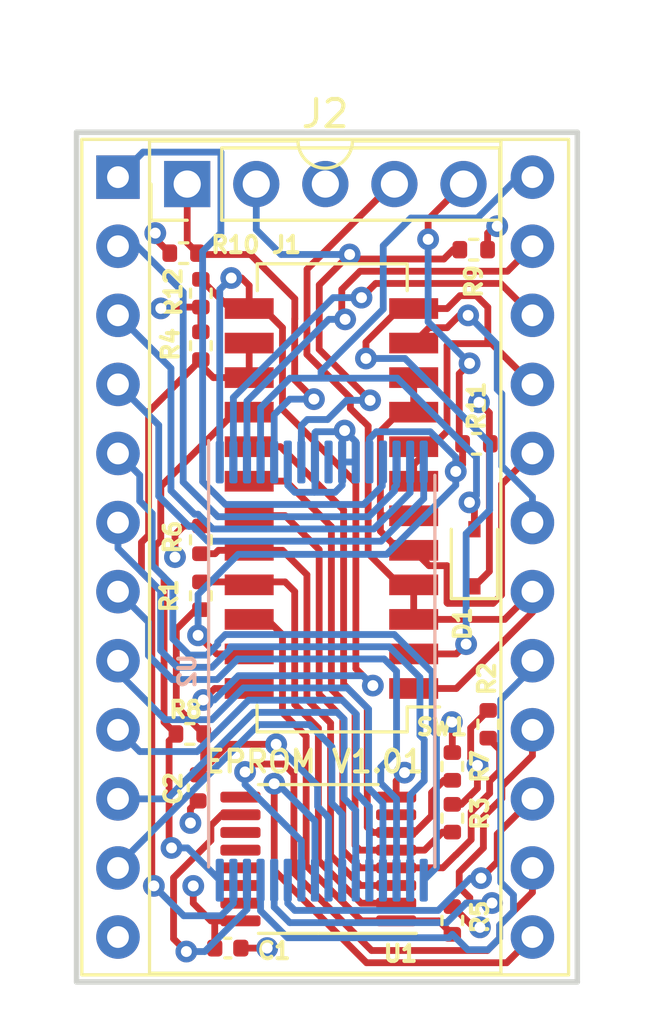
<source format=kicad_pcb>
(kicad_pcb (version 20211014) (generator pcbnew)

  (general
    (thickness 1.6)
  )

  (paper "A4")
  (title_block
    (title "EPROM Replacer")
    (date "2022-09-24")
    (rev "1.01")
  )

  (layers
    (0 "F.Cu" signal)
    (1 "In1.Cu" signal)
    (2 "In2.Cu" signal)
    (31 "B.Cu" signal)
    (32 "B.Adhes" user "B.Adhesive")
    (33 "F.Adhes" user "F.Adhesive")
    (34 "B.Paste" user)
    (35 "F.Paste" user)
    (36 "B.SilkS" user "B.Silkscreen")
    (37 "F.SilkS" user "F.Silkscreen")
    (38 "B.Mask" user)
    (39 "F.Mask" user)
    (40 "Dwgs.User" user "User.Drawings")
    (41 "Cmts.User" user "User.Comments")
    (42 "Eco1.User" user "User.Eco1")
    (43 "Eco2.User" user "User.Eco2")
    (44 "Edge.Cuts" user)
    (45 "Margin" user)
    (46 "B.CrtYd" user "B.Courtyard")
    (47 "F.CrtYd" user "F.Courtyard")
    (48 "B.Fab" user)
    (49 "F.Fab" user)
    (50 "User.1" user)
    (51 "User.2" user)
    (52 "User.3" user)
    (53 "User.4" user)
    (54 "User.5" user)
    (55 "User.6" user)
    (56 "User.7" user)
    (57 "User.8" user)
    (58 "User.9" user)
  )

  (setup
    (stackup
      (layer "F.SilkS" (type "Top Silk Screen"))
      (layer "F.Paste" (type "Top Solder Paste"))
      (layer "F.Mask" (type "Top Solder Mask") (thickness 0.01))
      (layer "F.Cu" (type "copper") (thickness 0.035))
      (layer "dielectric 1" (type "core") (thickness 0.48) (material "FR4") (epsilon_r 4.5) (loss_tangent 0.02))
      (layer "In1.Cu" (type "copper") (thickness 0.035))
      (layer "dielectric 2" (type "prepreg") (thickness 0.48) (material "FR4") (epsilon_r 4.5) (loss_tangent 0.02))
      (layer "In2.Cu" (type "copper") (thickness 0.035))
      (layer "dielectric 3" (type "core") (thickness 0.48) (material "FR4") (epsilon_r 4.5) (loss_tangent 0.02))
      (layer "B.Cu" (type "copper") (thickness 0.035))
      (layer "B.Mask" (type "Bottom Solder Mask") (thickness 0.01))
      (layer "B.Paste" (type "Bottom Solder Paste"))
      (layer "B.SilkS" (type "Bottom Silk Screen"))
      (copper_finish "None")
      (dielectric_constraints no)
    )
    (pad_to_mask_clearance 0)
    (grid_origin 112.1156 90.3224)
    (pcbplotparams
      (layerselection 0x00010fc_ffffffff)
      (disableapertmacros false)
      (usegerberextensions false)
      (usegerberattributes true)
      (usegerberadvancedattributes true)
      (creategerberjobfile true)
      (svguseinch false)
      (svgprecision 6)
      (excludeedgelayer true)
      (plotframeref false)
      (viasonmask false)
      (mode 1)
      (useauxorigin false)
      (hpglpennumber 1)
      (hpglpenspeed 20)
      (hpglpendiameter 15.000000)
      (dxfpolygonmode true)
      (dxfimperialunits true)
      (dxfusepcbnewfont true)
      (psnegative false)
      (psa4output false)
      (plotreference true)
      (plotvalue true)
      (plotinvisibletext false)
      (sketchpadsonfab false)
      (subtractmaskfromsilk false)
      (outputformat 1)
      (mirror false)
      (drillshape 1)
      (scaleselection 1)
      (outputdirectory "")
    )
  )

  (net 0 "")
  (net 1 "/A7")
  (net 2 "/A6")
  (net 3 "/A5")
  (net 4 "/A4")
  (net 5 "/A3")
  (net 6 "/A2")
  (net 7 "/A1")
  (net 8 "/A0")
  (net 9 "/D0")
  (net 10 "/D1")
  (net 11 "/D2")
  (net 12 "GND")
  (net 13 "/D3")
  (net 14 "/D4")
  (net 15 "/D5")
  (net 16 "/D6")
  (net 17 "/D7")
  (net 18 "/PIN18")
  (net 19 "/PIN19")
  (net 20 "/PIN20")
  (net 21 "/PIN21")
  (net 22 "/A9")
  (net 23 "/A8")
  (net 24 "/A13")
  (net 25 "+5V")
  (net 26 "Net-(R1-Pad2)")
  (net 27 "Net-(R2-Pad2)")
  (net 28 "Net-(R3-Pad2)")
  (net 29 "/A10")
  (net 30 "Net-(R5-Pad2)")
  (net 31 "Net-(R6-Pad2)")
  (net 32 "Net-(R7-Pad2)")
  (net 33 "/~{OE}")
  (net 34 "/~{WE}")
  (net 35 "/A14")
  (net 36 "/A12")
  (net 37 "/A11")
  (net 38 "/~{CE}")
  (net 39 "unconnected-(U1-Pad7)")
  (net 40 "unconnected-(U1-Pad9)")
  (net 41 "unconnected-(U1-Pad11)")
  (net 42 "unconnected-(U1-Pad12)")
  (net 43 "unconnected-(U1-Pad13)")
  (net 44 "unconnected-(U1-Pad14)")
  (net 45 "unconnected-(U1-Pad15)")
  (net 46 "unconnected-(U2-Pad9)")

  (footprint "Resistor_SMD:R_0402_1005Metric" (layer "F.Cu") (at 103.4796 100.2284 180))

  (footprint "Package_SO:TSSOP-16_4.4x5mm_P0.65mm" (layer "F.Cu") (at 108.204 104.8258 180))

  (footprint "Resistor_SMD:R_0402_1005Metric" (layer "F.Cu") (at 103.886 85.9536 -90))

  (footprint "Capacitor_SMD:C_0402_1005Metric" (layer "F.Cu") (at 103.7844 102.2096 90))

  (footprint "Connector_PinHeader_2.54mm:PinHeader_1x05_P2.54mm_Vertical" (layer "F.Cu") (at 103.383 80.01 90))

  (footprint "Resistor_SMD:R_0402_1005Metric" (layer "F.Cu") (at 114.4524 99.8728 -90))

  (footprint "Resistor_SMD:R_0402_1005Metric" (layer "F.Cu") (at 113.919 82.423 180))

  (footprint "Resistor_SMD:R_0402_1005Metric" (layer "F.Cu") (at 103.886 84.0232 90))

  (footprint "Resistor_SMD:R_0402_1005Metric" (layer "F.Cu") (at 103.253 82.55))

  (footprint "Resistor_SMD:R_0402_1005Metric" (layer "F.Cu") (at 113.1316 103.3272 -90))

  (footprint "Diode_SMD:D_SOD-323" (layer "F.Cu") (at 113.9444 93.7514 90))

  (footprint "Resistor_SMD:R_0402_1005Metric" (layer "F.Cu") (at 114.0206 89.5604 180))

  (footprint "Package_DIP:DIP-24_W15.24mm_Socket" (layer "F.Cu") (at 100.838 79.756))

  (footprint "Resistor_SMD:R_0402_1005Metric" (layer "F.Cu") (at 103.886 95.1484 90))

  (footprint "Capacitor_SMD:C_0402_1005Metric" (layer "F.Cu") (at 104.8766 108.1024))

  (footprint "eprom_replacer:SW_DIP_SPSTx12_Slide_CTS_12LPSTJR_W5.8mm_P1.27mm_JPin" (layer "F.Cu") (at 108.662 91.5916 180))

  (footprint "Resistor_SMD:R_0402_1005Metric" (layer "F.Cu") (at 113.1316 107.0864 -90))

  (footprint "Resistor_SMD:R_0402_1005Metric" (layer "F.Cu") (at 103.886 93.091 -90))

  (footprint "Resistor_SMD:R_0402_1005Metric" (layer "F.Cu") (at 113.1316 101.4222 -90))

  (footprint "Package_SO:TSOP-I-32_14.4x8mm_P0.5mm" (layer "B.Cu") (at 108.331 97.917 -90))

  (gr_line (start 117.729 78.105) (end 117.729 109.347) (layer "Edge.Cuts") (width 0.2) (tstamp 299d3d64-38fb-4e06-8159-8867620c2cc0))
  (gr_line (start 117.729 109.347) (end 99.314 109.347) (layer "Edge.Cuts") (width 0.2) (tstamp 4e763a3f-573a-4ee2-b971-1778ef91e645))
  (gr_line (start 99.314 109.347) (end 99.314 78.105) (layer "Edge.Cuts") (width 0.2) (tstamp 631094f5-1f81-48ce-bbc7-feaf9b1c3b46))
  (gr_line (start 99.314 78.105) (end 117.729 78.105) (layer "Edge.Cuts") (width 0.2) (tstamp def0636e-8e49-4856-9039-39d8e59d1566))
  (gr_text "EPROM V1.01" (at 108.0516 101.2444) (layer "F.SilkS") (tstamp 1a1a5da3-2ed4-4f25-940c-8e5a36875189)
    (effects (font (size 0.8 0.8) (thickness 0.15)))
  )

  (segment (start 110.581 90.2295) (end 110.556 90.2545) (width 0.25) (layer "B.Cu") (net 1) (tstamp 02409ddb-8dbe-407e-a2b9-ff02355fa9fd))
  (segment (start 110.556 90.2545) (end 110.556 91.107685) (width 0.25) (layer "B.Cu") (net 1) (tstamp 0c48002d-a163-4b8f-bd2f-6b2a3f070e2e))
  (segment (start 104.6226 78.835) (end 101.759 78.835) (width 0.25) (layer "B.Cu") (net 1) (tstamp 3398f0e9-332f-4769-9601-82a84f923b3f))
  (segment (start 103.9501 82.4859) (end 104.6226 81.8134) (width 0.25) (layer "B.Cu") (net 1) (tstamp 34e4ba66-e80d-40ca-a32f-a875782247ac))
  (segment (start 110.556 91.107685) (end 109.872184 91.791501) (width 0.25) (layer "B.Cu") (net 1) (tstamp 420ea947-fa8c-4818-90b7-27ff4743f678))
  (segment (start 109.872184 91.791501) (end 104.789816 91.791501) (width 0.25) (layer "B.Cu") (net 1) (tstamp 76e65846-9b1b-40f1-a710-7ff592a772e6))
  (segment (start 103.9501 90.951785) (end 103.9501 82.4859) (width 0.25) (layer "B.Cu") (net 1) (tstamp 92e0b7a4-1263-4a3e-8244-bbb2e3182cbc))
  (segment (start 101.759 78.835) (end 100.838 79.756) (width 0.25) (layer "B.Cu") (net 1) (tstamp 9449bf40-2b27-4fb2-97c5-a14a65c51d9c))
  (segment (start 104.6226 81.8134) (end 104.6226 78.835) (width 0.25) (layer "B.Cu") (net 1) (tstamp ce3d5b54-c190-4035-87b5-f3ddc23adc0d))
  (segment (start 104.789816 91.791501) (end 103.9501 90.951785) (width 0.25) (layer "B.Cu") (net 1) (tstamp d0d5ee63-a4ed-4e6f-a626-cb3d8fc96b96))
  (segment (start 103.8606 91.5924) (end 103.235602 90.967402) (width 0.25) (layer "B.Cu") (net 2) (tstamp 0fd1f17c-553a-4255-a6d1-d78f643bd3d2))
  (segment (start 104.509701 92.241501) (end 103.8606 91.5924) (width 0.25) (layer "B.Cu") (net 2) (tstamp 1bcaa45e-a5a4-42f0-a766-63a84d0fa42b))
  (segment (start 110.930501 91.368874) (end 110.930501 91.36958) (width 0.25) (layer "B.Cu") (net 2) (tstamp 267083d9-3e83-41d9-ad8f-c2d1ddfeaa3c))
  (segment (start 103.235602 90.967402) (end 103.235602 83.982402) (width 0.25) (layer "B.Cu") (net 2) (tstamp 327a882a-8eae-48ee-873d-58bd17dee23d))
  (segment (start 102.3995 83.1463) (end 101.5492 82.296) (width 0.25) (layer "B.Cu") (net 2) (tstamp 40b0fdce-bc97-40f9-a96c-c52546ffb604))
  (segment (start 110.930501 91.36958) (end 110.05858 92.241501) (width 0.25) (layer "B.Cu") (net 2) (tstamp 4e447d3c-4216-4fbf-8762-f448e7106bc1))
  (segment (start 111.081 91.082685) (end 111.005501 91.158184) (width 0.25) (layer "B.Cu") (net 2) (tstamp 57ff2ea9-24e2-4dea-ab24-e176bdd804ef))
  (segment (start 111.005501 91.158184) (end 111.005501 91.293874) (width 0.25) (layer "B.Cu") (net 2) (tstamp 7ac691b8-f941-48fa-b2bc-240e52dd4866))
  (segment (start 103.235602 83.982402) (end 102.3995 83.1463) (width 0.25) (layer "B.Cu") (net 2) (tstamp 9e54e5f4-5f3b-401b-9455-90ac9f35fd8e))
  (segment (start 111.005501 91.293874) (end 110.930501 91.368874) (width 0.25) (layer "B.Cu") (net 2) (tstamp aca19beb-307b-495d-a38d-7f83f42f9afe))
  (segment (start 110.05858 92.241501) (end 104.509701 92.241501) (width 0.25) (layer "B.Cu") (net 2) (tstamp bd3d06cf-85a8-4e8e-b3f9-60e43f24e9f7))
  (segment (start 111.081 90.2295) (end 111.081 91.082685) (width 0.25) (layer "B.Cu") (net 2) (tstamp cf3c9feb-82b1-4456-847b-89190cbc7712))
  (segment (start 101.5492 82.296) (end 100.838 82.296) (width 0.25) (layer "B.Cu") (net 2) (tstamp ef09b7f5-2225-4589-98c1-e6ab6bdcb4df))
  (segment (start 102.786101 86.784101) (end 100.838 84.836) (width 0.25) (layer "B.Cu") (net 3) (tstamp 0bdba318-d0eb-4f06-8612-94ec693e83a6))
  (segment (start 103.655097 92.148897) (end 102.786101 91.279901) (width 0.25) (layer "B.Cu") (net 3) (tstamp 10e9a790-e442-40ac-96ff-f42b420fc1a9))
  (segment (start 102.786101 91.279901) (end 102.786101 86.784101) (width 0.25) (layer "B.Cu") (net 3) (tstamp 41b7191d-a883-483d-8c2f-8b7be0fbddd5))
  (segment (start 103.781407 92.148897) (end 103.655097 92.148897) (width 0.25) (layer "B.Cu") (net 3) (tstamp 45a4fb12-b1d9-4a4c-ad1d-88c0ef8b6428))
  (segment (start 104.323512 92.691002) (end 103.781407 92.148897) (width 0.25) (layer "B.Cu") (net 3) (tstamp 862a67b8-1647-4cd0-93f8-b6568cdad409))
  (segment (start 111.581 91.354771) (end 110.244769 92.691002) (width 0.25) (layer "B.Cu") (net 3) (tstamp 97e2f411-c4cb-4b9f-87f4-ac5111ae9846))
  (segment (start 110.244769 92.691002) (end 104.323512 92.691002) (width 0.25) (layer "B.Cu") (net 3) (tstamp a1767221-e2ce-4722-b4c0-bc948fb83c1c))
  (segment (start 111.581 90.2295) (end 111.581 91.354771) (width 0.25) (layer "B.Cu") (net 3) (tstamp f1a14374-c992-4d06-9eda-a1502205e162))
  (segment (start 110.514567 93.140503) (end 112.081 91.57407) (width 0.25) (layer "B.Cu") (net 4) (tstamp 138fa6aa-32b1-4009-ae7d-ea3d4f254718))
  (segment (start 103.595218 92.598398) (end 104.137323 93.140503) (width 0.25) (layer "B.Cu") (net 4) (tstamp 2ebabfb6-a4d3-4db0-b3a5-a31352822743))
  (segment (start 102.3366 88.8746) (end 102.3366 91.483638) (width 0.25) (layer "B.Cu") (net 4) (tstamp 94d5bee2-7ac4-4bb9-b7f8-4f4107f0384e))
  (segment (start 104.137323 93.140503) (end 110.514567 93.140503) (width 0.25) (layer "B.Cu") (net 4) (tstamp a1d7e6c7-dca1-4820-8d92-dba0000e49ea))
  (segment (start 102.3366 91.483638) (end 103.45136 92.598398) (width 0.25) (layer "B.Cu") (net 4) (tstamp c379ca6d-376e-40cc-9b21-962639c944e1))
  (segment (start 103.45136 92.598398) (end 103.595218 92.598398) (width 0.25) (layer "B.Cu") (net 4) (tstamp e74e9b1e-3b0b-4212-91f7-621ee03ac0de))
  (segment (start 112.081 91.57407) (end 112.081 90.2295) (width 0.25) (layer "B.Cu") (net 4) (tstamp f916e504-af65-40d1-9e96-18340837dbcc))
  (segment (start 100.838 87.376) (end 102.3366 88.8746) (width 0.25) (layer "B.Cu") (net 4) (tstamp ff272e17-cca4-4964-818d-ec57039a85c1))
  (segment (start 102.094741 92.12175) (end 102.094741 94.026138) (width 0.25) (layer "B.Cu") (net 5) (tstamp 05689c2a-eda6-43c7-8cb1-c24b85a5ad6e))
  (segment (start 112.548493 105.137007) (end 112.081 105.6045) (width 0.25) (layer "B.Cu") (net 5) (tstamp 17b27dcc-8d7f-46ea-b2d5-32758399af95))
  (segment (start 100.838 89.916) (end 101.637999 90.715999) (width 0.25) (layer "B.Cu") (net 5) (tstamp 1b69834f-09d2-4e16-9037-0a158fd330a0))
  (segment (start 111.000098 96.572898) (end 112.390947 97.963747) (width 0.25) (layer "B.Cu") (net 5) (tstamp 2071177b-ec28-4ff3-8945-a7bc21eb315f))
  (segment (start 102.8567 96.729369) (end 103.455402 97.328071) (width 0.25) (layer "B.Cu") (net 5) (tstamp 2132b662-59e5-458f-b0fa-2d36b00117de))
  (segment (start 101.637999 90.715999) (end 101.637999 91.665008) (width 0.25) (layer "B.Cu") (net 5) (tstamp 2757e4b5-a848-4103-a841-cf0999702929))
  (segment (start 103.455402 97.328071) (end 104.111126 97.328071) (width 0.25) (layer "B.Cu") (net 5) (tstamp 27a765cc-3bc8-4296-92c6-fab86083977d))
  (segment (start 104.507764 96.851731) (end 104.786597 96.572898) (width 0.25) (layer "B.Cu") (net 5) (tstamp 28f4dd74-3359-4485-85b2-bacc462d7097))
  (segment (start 112.390947 97.963747) (end 112.390947 100.093185) (width 0.25) (layer "B.Cu") (net 5) (tstamp 4ea8267a-3446-4b32-8c55-4adfa62eeb95))
  (segment (start 104.507764 96.931433) (end 104.507764 96.851731) (width 0.25) (layer "B.Cu") (net 5) (tstamp 52e7badf-5732-46ac-afd3-413740ad8c88))
  (segment (start 102.8567 94.788097) (end 102.8567 96.729369) (width 0.25) (layer "B.Cu") (net 5) (tstamp 592655c1-8fc6-4813-9aad-d089a2f11d88))
  (segment (start 102.094741 94.026138) (end 102.8567 94.788097) (width 0.25) (layer "B.Cu") (net 5) (tstamp 68cfffd5-b8d7-49c6-b32b-55e9c9f58546))
  (segment (start 112.390947 100.093185) (end 112.548493 100.250731) (width 0.25) (layer "B.Cu") (net 5) (tstamp 6c2424dc-ee7c-45f1-ada0-ec29953017c0))
  (segment (start 101.637999 91.665008) (end 102.094741 92.12175) (width 0.25) (layer "B.Cu") (net 5) (tstamp 754b5b41-2d3c-4ae2-989d-996588324893))
  (segment (start 104.786597 96.572898) (end 111.000098 96.572898) (width 0.25) (layer "B.Cu") (net 5) (tstamp dc04fd58-4694-4198-a123-758c104bc0fd))
  (segment (start 112.548493 100.250731) (end 112.548493 105.137007) (width 0.25) (layer "B.Cu") (net 5) (tstamp fe19c5cf-fe29-4e56-bfbd-06104593ed97))
  (segment (start 104.111126 97.328071) (end 104.507764 96.931433) (width 0.25) (layer "B.Cu") (net 5) (tstamp feb26995-e172-49dc-b116-e371b98edefd))
  (segment (start 111.581 102.468531) (end 112.098992 101.950539) (width 0.25) (layer "B.Cu") (net 6) (tstamp 181303c3-6c52-4d2a-8faa-fe5c65972f29))
  (segment (start 104.972786 97.022399) (end 104.957265 97.03792) (width 0.25) (layer "B.Cu") (net 6) (tstamp 1fe7b735-5e25-45c4-bece-f858b30cc2ed))
  (segment (start 104.957265 97.03792) (end 104.957265 97.117622) (width 0.25) (layer "B.Cu") (net 6) (tstamp 3797ae13-7cc5-4148-a519-c9d19f64ac67))
  (segment (start 103.026084 97.777572) (end 102.407199 97.158687) (width 0.25) (layer "B.Cu") (net 6) (tstamp 446ed0e3-6e70-4b9c-aaff-f2944818c446))
  (segment (start 102.407199 94.974286) (end 100.838 93.405087) (width 0.25) (layer "B.Cu") (net 6) (tstamp 7c684e77-0851-4e8d-b2e6-1d250eeed750))
  (segment (start 112.098992 100.43692) (end 111.941446 100.279374) (width 0.25) (layer "B.Cu") (net 6) (tstamp 8487a2e3-8a0e-48d2-8dcd-418d3feb255f))
  (segment (start 111.941446 100.279374) (end 111.941446 98.149936) (width 0.25) (layer "B.Cu") (net 6) (tstamp 9a61b6e4-50da-4655-8e6a-e2418d4e9a48))
  (segment (start 111.581 105.6045) (end 111.581 102.468531) (width 0.25) (layer "B.Cu") (net 6) (tstamp a1ddf85c-aec8-478c-a992-c55c2e68908f))
  (segment (start 104.297315 97.777572) (end 103.026084 97.777572) (width 0.25) (layer "B.Cu") (net 6) (tstamp a2ffa1a2-d678-471b-bea3-aa34b88f3b24))
  (segment (start 100.838 93.405087) (end 100.838 92.456) (width 0.25) (layer "B.Cu") (net 6) (tstamp a614b55d-757c-4243-972e-4d4780c4fdf8))
  (segment (start 112.098992 101.950539) (end 112.098992 100.43692) (width 0.25) (layer "B.Cu") (net 6) (tstamp ae54725d-1d53-4f37-85cb-b53127299c8e))
  (segment (start 110.813909 97.022399) (end 104.972786 97.022399) (width 0.25) (layer "B.Cu") (net 6) (tstamp d5106334-3abb-4806-88eb-aa9565f1d8db))
  (segment (start 104.957265 97.117622) (end 104.297315 97.777572) (width 0.25) (layer "B.Cu") (net 6) (tstamp dddb22eb-5c47-4bd3-8a15-f66093cecfdf))
  (segment (start 111.941446 98.149936) (end 110.813909 97.022399) (width 0.25) (layer "B.Cu") (net 6) (tstamp e8860ace-ac85-4e58-8efd-6de2ccbc1bd5))
  (segment (start 102.407199 97.158687) (end 102.407199 94.974286) (width 0.25) (layer "B.Cu") (net 6) (tstamp f79f5051-3098-4df7-a184-87b036996934))
  (segment (start 110.5021 102.038335) (end 111.081 102.617235) (width 0.25) (layer "B.Cu") (net 7) (tstamp 00762eea-3502-4628-af8e-79903693ceb6))
  (segment (start 101.957698 97.344876) (end 102.839895 98.227073) (width 0.25) (layer "B.Cu") (net 7) (tstamp 2138cf66-c887-4e55-a2bd-cf533f07cd7d))
  (segment (start 111.081 97.92518) (end 111.081 100.873402) (width 0.25) (layer "B.Cu") (net 7) (tstamp 39dd2ce8-f1d7-4642-8ba9-0637dd72c414))
  (segment (start 110.62772 97.4719) (end 111.081 97.92518) (width 0.25) (layer "B.Cu") (net 7) (tstamp 47015c8f-10cc-4efc-8e57-e505f9ee43a4))
  (segment (start 101.957698 96.115698) (end 101.957698 97.344876) (width 0.25) (layer "B.Cu") (net 7) (tstamp 5c3dff5d-2798-4246-95b7-71393b779b13))
  (segment (start 111.081 102.617235) (end 111.081 105.6045) (width 0.25) (layer "B.Cu") (net 7) (tstamp 63de2e7f-c362-476b-81d9-3f54326531b0))
  (segment (start 105.238677 97.4719) (end 110.62772 97.4719) (width 0.25) (layer "B.Cu") (net 7) (tstamp 688c9ef5-7a9b-4da6-839b-8dff5cdeab4e))
  (segment (start 104.483504 98.227073) (end 105.238677 97.4719) (width 0.25) (layer "B.Cu") (net 7) (tstamp 69102810-c0a6-4c7a-a652-6b17765ad27e))
  (segment (start 102.839895 98.227073) (end 104.483504 98.227073) (width 0.25) (layer "B.Cu") (net 7) (tstamp 736277db-a19f-450a-a16a-8827deea15e8))
  (segment (start 110.5021 101.452302) (end 110.5021 102.038335) (width 0.25) (layer "B.Cu") (net 7) (tstamp 7bcdf2ca-5e75-40f3-9240-cd57675011f9))
  (segment (start 100.838 94.996) (end 101.957698 96.115698) (width 0.25) (layer "B.Cu") (net 7) (tstamp 8b96bfd2-118e-4c46-a49b-5717977e289a))
  (segment (start 111.081 100.873402) (end 110.5021 101.452302) (width 0.25) (layer "B.Cu") (net 7) (tstamp c3e921d0-b6cd-4f80-92e8-ce46246f109a))
  (segment (start 110.328505 102.50043) (end 110.328505 102.514593) (width 0.25) (layer "B.Cu") (net 8) (tstamp 0aea0451-bba4-402d-9a37-49cbeaac4733))
  (segment (start 110.052599 99.316997) (end 110.052599 102.224524) (width 0.25) (layer "B.Cu") (net 8) (tstamp 22dee471-60f6-4203-b684-a51877654971))
  (segment (start 102.574037 99.703837) (end 104.284514 99.703837) (width 0.25) (layer "B.Cu") (net 8) (tstamp 25ebf662-9b39-4d58-b43c-6f1a8f7718c5))
  (segment (start 100.838 97.9678) (end 102.574037 99.703837) (width 0.25) (layer "B.Cu") (net 8) (tstamp 3b3dcaa3-5fb5-483e-be54-2355846b894f))
  (segment (start 105.451954 98.536397) (end 109.271999 98.536397) (width 0.25) (layer "B.Cu") (net 8) (tstamp 51e7f789-461e-487c-84cf-bcb966c422dc))
  (segment (start 110.328505 102.514593) (end 110.581 102.767088) (width 0.25) (layer "B.Cu") (net 8) (tstamp 98dbb151-715a-4b9b-a783-048af066610a))
  (segment (start 104.284514 99.703837) (end 105.451954 98.536397) (width 0.25) (layer "B.Cu") (net 8) (tstamp ba775978-61ab-4bbe-9174-9a9b67d30897))
  (segment (start 109.271999 98.536397) (end 110.052599 99.316997) (width 0.25) (layer "B.Cu") (net 8) (tstamp bd46e29a-7f5a-4976-a7f0-2f82eced3aa0))
  (segment (start 110.581 102.767088) (end 110.581 105.6045) (width 0.25) (layer "B.Cu") (net 8) (tstamp c9e50fbc-6d6d-4750-88d6-ad6b8f16f924))
  (segment (start 100.838 97.536) (end 100.838 97.9678) (width 0.25) (layer "B.Cu") (net 8) (tstamp f787cc20-cbc2-499b-baa6-26c52c9d8811))
  (segment (start 110.052599 102.224524) (end 110.328505 102.50043) (width 0.25) (layer "B.Cu") (net 8) (tstamp f8b6d2f5-06c7-42cb-8984-b6ce03011baf))
  (segment (start 109.603098 99.503186) (end 109.08581 98.985898) (width 0.25) (layer "B.Cu") (net 9) (tstamp 043bc728-de23-4a12-b22e-b8a6cc6fad61))
  (segment (start 109.603098 102.410713) (end 109.603098 99.503186) (width 0.25) (layer "B.Cu") (net 9) (tstamp 07442d9d-c332-4751-b1be-9e2a4f6f4b62))
  (segment (start 110.081 102.902778) (end 109.879004 102.700782) (width 0.25) (layer "B.Cu") (net 9) (tstamp 3517fd7a-7de8-4427-ac83-4db8d70abc36))
  (segment (start 101.637999 100.875999) (end 100.838 100.076) (width 0.25) (layer "B.Cu") (net 9) (tstamp 443dda77-0d10-4c5e-82c8-a5e8d28fab08))
  (segment (start 109.879004 102.700782) (end 109.879004 102.686619) (width 0.25) (layer "B.Cu") (net 9) (tstamp 4cf4bb1e-0bd8-41c4-a5f4-73b654c11641))
  (segment (start 109.879004 102.686619) (end 109.603098 102.410713) (width 0.25) (layer "B.Cu") (net 9) (tstamp 6d8fada5-a409-41ff-854d-548b48a8a19c))
  (segment (start 110.081 105.6045) (end 110.081 102.902778) (width 0.25) (layer "B.Cu") (net 9) (tstamp 9d415059-023e-4472-847a-20b904c371db))
  (segment (start 109.08581 98.985898) (end 105.638143 98.985898) (width 0.25) (layer "B.Cu") (net 9) (tstamp 9d911634-0da8-45f3-b8a5-1576ad04cb86))
  (segment (start 105.638143 98.985898) (end 103.748042 100.875999) (width 0.25) (layer "B.Cu") (net 9) (tstamp ab7c11dd-1330-4c85-ab32-42cdaea7c488))
  (segment (start 103.748042 100.875999) (end 101.637999 100.875999) (width 0.25) (layer "B.Cu") (net 9) (tstamp bb38f8b1-cca5-4533-8171-3fc166791a1b))
  (segment (start 109.429503 102.872808) (end 109.153597 102.596902) (width 0.25) (layer "B.Cu") (net 10) (tstamp 3bd48b54-a436-417b-8ce2-cb32ef2a22ef))
  (segment (start 109.429503 102.886971) (end 109.429503 102.872808) (width 0.25) (layer "B.Cu") (net 10) (tstamp 77f6c4a3-706e-4083-8aba-02d359324925))
  (segment (start 109.153597 102.596902) (end 109.153597 99.689375) (width 0.25) (layer "B.Cu") (net 10) (tstamp 8ee6b225-63a5-431f-ba98-d3ace79d42bf))
  (segment (start 109.153597 99.689375) (end 108.899621 99.435399) (width 0.25) (layer "B.Cu") (net 10) (tstamp 9c42e792-4d91-46a7-a738-797e3f20e0b2))
  (segment (start 102.643731 102.616) (end 100.838 102.616) (width 0.25) (layer "B.Cu") (net 10) (tstamp 9d350d10-de66-4e49-851b-605472662f7d))
  (segment (start 109.581 103.038468) (end 109.429503 102.886971) (width 0.25) (layer "B.Cu") (net 10) (tstamp b40ac6c8-1f32-43a5-8a3f-dc001dec421d))
  (segment (start 109.581 105.6045) (end 109.581 103.038468) (width 0.25) (layer "B.Cu") (net 10) (tstamp b4bd6453-5614-4e22-822d-ed2ea2e90782))
  (segment (start 108.899621 99.435399) (end 105.824332 99.435399) (width 0.25) (layer "B.Cu") (net 10) (tstamp c516f960-6735-4c1a-904f-49b36a646718))
  (segment (start 105.824332 99.435399) (end 102.643731 102.616) (width 0.25) (layer "B.Cu") (net 10) (tstamp f4ee7142-371f-42c9-8f23-bfe4944efdec))
  (segment (start 108.980002 103.058997) (end 108.704096 102.783091) (width 0.25) (layer "B.Cu") (net 11) (tstamp 02d870ef-8077-48cd-8d16-6c5c519278dd))
  (segment (start 108.704096 100.707546) (end 107.88145 99.8849) (width 0.25) (layer "B.Cu") (net 11) (tstamp 2e4cb5df-3b68-42c1-8ccd-1a6dce0a077b))
  (segment (start 109.081 103.174158) (end 108.980002 103.07316) (width 0.25) (layer "B.Cu") (net 11) (tstamp 6cee8531-9a95-4861-a990-02fcad592cbc))
  (segment (start 109.081 105.6045) (end 109.081 103.174158) (width 0.25) (layer "B.Cu") (net 11) (tstamp 8dad8acb-528c-4764-8c49-98cc9ab80178))
  (segment (start 106.010521 99.8849) (end 100.838 105.057421) (width 0.25) (layer "B.Cu") (net 11) (tstamp 9c9f809f-c6b0-4742-9589-ddc3d1e227f0))
  (segment (start 107.88145 99.8849) (end 106.010521 99.8849) (width 0.25) (layer "B.Cu") (net 11) (tstamp 9d644a4c-970c-4694-8e70-137671f99a51))
  (segment (start 108.980002 103.07316) (end 108.980002 103.058997) (width 0.25) (layer "B.Cu") (net 11) (tstamp cb5aa50c-64fc-4421-806c-85d80e57a2e0))
  (segment (start 100.838 105.057421) (end 100.838 105.156) (width 0.25) (layer "B.Cu") (net 11) (tstamp deeb31b6-2edf-4480-9a35-3e22124c7e2c))
  (segment (start 108.704096 102.783091) (end 108.704096 100.707546) (width 0.25) (layer "B.Cu") (net 11) (tstamp df023fec-b530-4c30-9850-40b7c307435b))
  (segment (start 111.0665 101.958433) (end 111.374492 101.650441) (width 0.25) (layer "F.Cu") (net 12) (tstamp 08531bbb-4eb7-42b8-b0fb-0d57be1fcfc7))
  (segment (start 111.0665 102.5508) (end 111.0665 101.958433) (width 0.25) (layer "F.Cu") (net 12) (tstamp 2276efc4-9103-4e9c-a128-3856b9015f5d))
  (segment (start 103.886 95.6584) (end 103.703837 95.6584) (width 0.25) (layer "F.Cu") (net 12) (tstamp 374fd69a-aa85-457f-a96a-cd61f5bc6e53))
  (segment (start 103.7844 101.7296) (end 103.9896 101.5244) (width 0.25) (layer "F.Cu") (net 12) (tstamp 44e89b91-c52c-4799-9dd8-3a2f9ccc9a54))
  (segment (start 113.8074 101.132297) (end 113.8074 100.0078) (width 0.25) (layer "F.Cu") (net 12) (tstamp 458c72ba-20be-45d1-9c1c-94e57d756aec))
  (segment (start 102.981602 99.220402) (end 103.9896 100.2284) (width 0.25) (layer "F.Cu") (net 12) (tstamp 4615e0d5-1966-4798-a20e-da4796e84682))
  (segment (start 105.3566 108.1024) (end 106.3244 108.1024) (width 0.25) (layer "F.Cu") (net 12) (tstamp 4ea550e9-e48f-41ca-9cbe-b559731579ed))
  (segment (start 114.053998 102.227002) (end 114.053998 101.388723) (width 0.25) (layer "F.Cu") (net 12) (tstamp 56f4d158-93d3-4cf7-84d5-0db1bccc07d2))
  (segment (start 103.9896 101.5244) (end 103.9896 100.2284) (width 0.25) (layer "F.Cu") (net 12) (tstamp 56f88419-97a0-4694-b76b-383223821838))
  (segment (start 103.703837 95.6584) (end 102.981602 96.380635) (width 0.25) (layer "F.Cu") (net 12) (tstamp 6dafd6ba-bd56-4af8-a70f-adc1e74dd3b6))
  (segment (start 113.4638 102.8172) (end 114.053998 102.227002) (width 0.25) (layer "F.Cu") (net 12) (tstamp 6e727174-14c4-46ad-8b03-5b4609be02bd))
  (segment (start 102.981602 96.380635) (end 102.981602 99.220402) (width 0.25) (layer "F.Cu") (net 12) (tstamp 8e5bbf6a-7c1e-44ab-841c-8210cc8604d6))
  (segment (start 103.7844 101.7296) (end 104.9046 100.6094) (width 0.25) (layer "F.Cu") (net 12) (tstamp 9260e014-817c-4c24-aa83-c755b6004c86))
  (segment (start 114.058912 101.383809) (end 113.8074 101.132297) (width 0.25) (layer "F.Cu") (net 12) (tstamp a75f1799-7c6b-40f7-8038-0f363cde89af))
  (segment (start 113.1316 102.8172) (end 113.4638 102.8172) (width 0.25) (layer "F.Cu") (net 12) (tstamp bc7186df-9bf0-4b39-b612-4ff06db9d3cc))
  (segment (start 114.053998 101.388723) (end 114.058912 101.383809) (width 0.25) (layer "F.Cu") (net 12) (tstamp c46430cb-5df9-4066-9362-e09a9da7902f))
  (segment (start 113.8074 100.0078) (end 114.4524 99.3628) (width 0.25) (layer "F.Cu") (net 12) (tstamp cf0ae69c-2b4f-436d-8bbd-4178e9f7dd0d))
  (segment (start 104.9046 100.6094) (end 106.6546 100.6094) (width 0.25) (layer "F.Cu") (net 12) (tstamp d7f05cc9-af99-4240-b484-c900a905d5e3))
  (via (at 106.3244 108.1024) (size 0.8) (drill 0.4) (layers "F.Cu" "B.Cu") (net 12) (tstamp 021d0ff0-4266-4263-8b4f-f6be54c67af9))
  (via (at 111.374492 101.650441) (size 0.8) (drill 0.4) (layers "F.Cu" "B.Cu") (net 12) (tstamp 0fec69c9-f8b0-4744-b0fb-306a927ba1f8))
  (via (at 106.6546 100.6094) (size 0.8) (drill 0.4) (layers "F.Cu" "B.Cu") (net 12) (tstamp d21b53f7-6522-4794-903c-5317146d104a))
  (via (at 114.058912 101.383809) (size 0.8) (drill 0.4) (layers "F.Cu" "B.Cu") (net 12) (tstamp e19d26f5-87dc-4fd6-851c-806d9fa71109))
  (segment (start 108.530501 103.245186) (end 108.1786 102.893285) (width 0.25) (layer "B.Cu") (net 12) (tstamp 096f7c11-fdd4-4c6b-b982-60ade00d83aa))
  (segment (start 108.1786 102.893285) (end 108.1786 102.1334) (width 0.25) (layer "B.Cu") (net 12) (tstamp 0baa15cc-1fcc-4058-a735-e25216fa76ce))
  (segment (start 108.581 105.6045) (end 108.581 103.309848) (width 0.25) (layer "B.Cu") (net 12) (tstamp 0c79e558-572d-48db-9d23-69db649fc257))
  (segment (start 108.530501 103.259349) (end 108.530501 103.245186) (width 0.25) (layer "B.Cu") (net 12) (tstamp 0f7428d0-76ae-4706-a10c-251df382f246))
  (segment (start 108.1786 102.1334) (end 106.6546 100.6094) (width 0.25) (layer "B.Cu") (net 12) (tstamp 42c61bc0-d59f-4d8e-9481-7a2152c77bfd))
  (segment (start 108.581 103.309848) (end 108.530501 103.259349) (width 0.25) (layer "B.Cu") (net 12) (tstamp 58e2ebac-ae26-4984-8d3a-20ee313fb9a4))
  (segment (start 115.133099 108.640901) (end 109.977813 108.640901) (width 0.25) (layer "F.Cu") (net 13) (tstamp 1e6f1eb3-3c95-42e2-86e3-44b6760ab3dd))
  (segment (start 109.977813 108.640901) (end 106.58245 105.245538) (width 0.25) (layer "F.Cu") (net 13) (tstamp 866a9e57-a802-489d-b026-11cba072ef83))
  (segment (start 116.078 107.696) (end 115.133099 108.640901) (width 0.25) (layer "F.Cu") (net 13) (tstamp b21906e2-42cd-4560-b240-88502efac218))
  (segment (start 106.58245 105.245538) (end 106.58245 102.0584) (width 0.25) (layer "F.Cu") (net 13) (tstamp d06721bc-ed41-4628-897c-92dba578525c))
  (via (at 106.58245 102.0584) (size 0.8) (drill 0.4) (layers "F.Cu" "B.Cu") (net 13) (tstamp dbc91598-64ac-4610-b98d-02835dcd2b6a))
  (segment (start 106.708025 102.0584) (end 106.58245 102.0584) (width 0.25) (layer "B.Cu") (net 13) (tstamp 25d9e2fc-34d7-439d-a730-b0745d45b5e2))
  (segment (start 108.081 103.431375) (end 106.708025 102.0584) (width 0.25) (layer "B.Cu") (net 13) (tstamp d3f35591-3fda-45b5-90d4-40b7da313baa))
  (segment (start 108.081 105.6045) (end 108.081 103.431375) (width 0.25) (layer "B.Cu") (net 13) (tstamp f03bc1ad-2a65-4d00-a266-6fb858ef335f))
  (segment (start 105.8031 101.3339) (end 105.5116 101.6254) (width 0.25) (layer "F.Cu") (net 14) (tstamp 1c6d77d4-b2db-4194-a8f7-0eea20dd8f7a))
  (segment (start 107.30745 101.706095) (end 106.935255 101.3339) (width 0.25) (layer "F.Cu") (net 14) (tstamp 3cbed0b5-b754-4e47-a6a4-18c24268b20d))
  (segment (start 110.164002 108.1914) (end 107.30745 105.334848) (width 0.25) (layer "F.Cu") (net 14) (tstamp 4291162c-39b5-4b51-8c8e-0217d76c62c3))
  (segment (start 116.078 106.053598) (end 114.8721 107.259498) (width 0.25) (layer "F.Cu") (net 14) (tstamp 6028c0f5-5a6a-4592-becc-cba0156aa1c6))
  (segment (start 107.30745 105.334848) (end 107.30745 101.706095) (width 0.25) (layer "F.Cu") (net 14) (tstamp 726efb6d-53c0-4019-9957-c70162bf945b))
  (segment (start 116.078 105.156) (end 116.078 106.053598) (width 0.25) (layer "F.Cu") (net 14) (tstamp 867671c1-e91f-4a4e-9de9-952fe9b4bd95))
  (segment (start 114.8721 107.259498) (end 114.8721 107.737364) (width 0.25) (layer "F.Cu") (net 14) (tstamp 87cf99d5-c5b7-4262-bb2d-977511a07686))
  (segment (start 106.935255 101.3339) (end 105.8031 101.3339) (width 0.25) (layer "F.Cu") (net 14) (tstamp a4f730b9-f07f-47d6-8077-5ce9150f5b50))
  (segment (start 114.418064 108.1914) (end 110.164002 108.1914) (width 0.25) (layer "F.Cu") (net 14) (tstamp e079eb2e-4155-499d-8c27-bcbc14da6bbe))
  (segment (start 114.8721 107.737364) (end 114.418064 108.1914) (width 0.25) (layer "F.Cu") (net 14) (tstamp f5f4a787-2044-4da2-b89d-9ac6c66f13ba))
  (via (at 105.5116 101.6254) (size 0.8) (drill 0.4) (layers "F.Cu" "B.Cu") (net 14) (tstamp b16befbb-dc42-4d86-8d07-2616e78c6ca4))
  (segment (start 107.581 104.16122) (end 105.5116 102.09182) (width 0.25) (layer "B.Cu") (net 14) (tstamp 092d245a-2c47-4ce7-b99c-d14d3b55d34e))
  (segment (start 107.581 105.6045) (end 107.581 104.16122) (width 0.25) (layer "B.Cu") (net 14) (tstamp 9d0db0bb-6eb1-430b-aa71-e5a976c315d1))
  (segment (start 105.5116 102.09182) (end 105.5116 101.6254) (width 0.25) (layer "B.Cu") (net 14) (tstamp d428b375-9077-4088-8c1a-905284e63e1a))
  (segment (start 116.078 102.616) (end 114.7826 103.9114) (width 0.25) (layer "F.Cu") (net 15) (tstamp 1b405825-c09e-4171-8cf8-9e1ca3e8bae4))
  (segment (start 114.7826 104.935998) (end 114.187636 105.530962) (width 0.25) (layer "F.Cu") (net 15) (tstamp 60d7e332-5c65-4db7-87b6-a0a81cc085cc))
  (segment (start 114.7826 103.9114) (end 114.7826 104.935998) (width 0.25) (layer "F.Cu") (net 15) (tstamp 9f971978-eda8-41c4-8e08-98ea083d175f))
  (via (at 114.187636 105.530962) (size 0.8) (drill 0.4) (layers "F.Cu" "B.Cu") (net 15) (tstamp f9b316cc-f027-4839-959d-cef2e6f8039b))
  (segment (start 107.340315 106.717) (end 112.612 106.717) (width 0.25) (layer "B.Cu") (net 15) (tstamp 4b5ff3b7-843e-4d6c-b762-ea03d1acb56c))
  (segment (start 112.612 106.717) (end 113.798038 105.530962) (width 0.25) (layer "B.Cu") (net 15) (tstamp 5bd4eb5a-ef26-4e05-955a-d45120b56575))
  (segment (start 107.081 105.6045) (end 107.081 106.457685) (width 0.25) (layer "B.Cu") (net 15) (tstamp c0ab4df6-4728-4395-abf6-42fe3beb7f5f))
  (segment (start 113.798038 105.530962) (end 114.187636 105.530962) (width 0.25) (layer "B.Cu") (net 15) (tstamp c4fe2ede-050e-45aa-8969-cc883ab94669))
  (segment (start 107.081 106.457685) (end 107.340315 106.717) (width 0.25) (layer "B.Cu") (net 15) (tstamp d5f4beab-bd7e-4ecd-adc5-3c27ad7c8d7f))
  (segment (start 113.3856 105.859862) (end 113.7766 106.250862) (width 0.25) (layer "F.Cu") (net 16) (tstamp 190d4c34-fd71-42fb-ad1f-d2769cc81267))
  (segment (start 113.3856 105.3084) (end 113.3856 105.859862) (width 0.25) (layer "F.Cu") (net 16) (tstamp 1c13bd6a-eefd-4b84-9d5a-8599d777feb9))
  (segment (start 114.2746 103.27778) (end 114.2746 104.4194) (width 0.25) (layer "F.Cu") (net 16) (tstamp 75a324a3-dfd9-4c3c-97e7-f1400947da76))
  (segment (start 114.2746 104.4194) (end 113.3856 105.3084) (width 0.25) (layer "F.Cu") (net 16) (tstamp a848539d-fb42-4dd2-802b-86e9cd12c4cb))
  (segment (start 116.078 100.076) (end 116.078 101.025009) (width 0.25) (layer "F.Cu") (net 16) (tstamp a8d2dba9-d32e-49b6-8fea-41938005e955))
  (segment (start 114.953 102.150009) (end 114.953 102.59938) (width 0.25) (layer "F.Cu") (net 16) (tstamp ae7095bd-7603-4894-bd1c-698d2ce61158))
  (segment (start 113.7766 106.445067) (end 114.59188 106.445067) (width 0.25) (layer "F.Cu") (net 16) (tstamp b4febdf4-5bc1-4efc-9a8c-8168fdde42dc))
  (segment (start 116.078 101.025009) (end 114.953 102.150009) (width 0.25) (layer "F.Cu") (net 16) (tstamp c0a2f717-df4a-4db5-b3c9-22f2aaabebd0))
  (segment (start 114.953 102.59938) (end 114.2746 103.27778) (width 0.25) (layer "F.Cu") (net 16) (tstamp dbed318b-6700-48fe-9843-d06cb9d3f706))
  (segment (start 113.7766 106.250862) (end 113.7766 106.445067) (width 0.25) (layer "F.Cu") (net 16) (tstamp e124ff16-4d88-43e8-92e7-fdb65239ff2a))
  (via (at 114.59188 106.445067) (size 0.8) (drill 0.4) (layers "F.Cu" "B.Cu") (net 16) (tstamp 7a374d8b-467e-4bb4-aadb-0e4b9cb7d8c6))
  (segment (start 106.581 106.593375) (end 107.154126 107.166501) (width 0.25) (layer "B.Cu") (net 16) (tstamp 010ec01d-5a11-441b-a2bb-e64201064fd0))
  (segment (start 113.645243 106.445067) (end 114.59188 106.445067) (width 0.25) (layer "B.Cu") (net 16) (tstamp 012f9031-7350-467a-87e1-43c97a4cd423))
  (segment (start 106.581 105.6045) (end 106.581 106.2508) (width 0.25) (layer "B.Cu") (net 16) (tstamp 18be8492-4710-413b-8be2-dd361a98dba4))
  (segment (start 112.923809 107.166501) (end 113.645243 106.445067) (width 0.25) (layer "B.Cu") (net 16) (tstamp 3a93c03e-8109-4917-b787-c3cadb5b7399))
  (segment (start 106.581 105.6045) (end 106.581 106.593375) (width 0.25) (layer "B.Cu") (net 16) (tstamp 416eb830-de36-4c32-89b4-6c01fe07d372))
  (segment (start 107.154126 107.166501) (end 112.923809 107.166501) (width 0.25) (layer "B.Cu") (net 16) (tstamp c4247c2d-bc1b-4d1d-9aac-d309b13c18bf))
  (segment (start 106.581 106.2508) (end 106.6065 106.2763) (width 0.25) (layer "B.Cu") (net 16) (tstamp c5d25dde-1fd2-4a6f-9e56-172d4d704b7d))
  (segment (start 114.912136 98.97306) (end 116.078 97.807196) (width 0.25) (layer "B.Cu") (net 17) (tstamp 0b07973e-03a6-48cf-bc70-69ee65f33dc6))
  (segment (start 106.081 106.729771) (end 107.072629 107.7214) (width 0.25) (layer "B.Cu") (net 17) (tstamp 16b0c695-b93f-485a-9421-12b316977a6e))
  (segment (start 115.3801 106.751498) (end 115.3801 106.151302) (width 0.25) (layer "B.Cu") (net 17) (tstamp 1a3bb8c7-2598-42e6-a361-63c3793e6b4d))
  (segment (start 113.698966 108.161766) (end 114.447698 108.161766) (width 0.25) (layer "B.Cu") (net 17) (tstamp 1cb113d3-24c0-4a00-b45a-62bc1788a96c))
  (segment (start 113.0046 107.7214) (end 113.1316 107.5944) (width 0.25) (layer "B.Cu") (net 17) (tstamp 55e08846-cc5e-40f8-a8ea-d59885d27bdc))
  (segment (start 115.3801 106.151302) (end 114.912136 105.683338) (width 0.25) (layer "B.Cu") (net 17) (tstamp 6df3a137-a26c-4cb6-aeed-2fad927cd358))
  (segment (start 114.8721 107.259498) (end 115.3801 106.751498) (width 0.25) (layer "B.Cu") (net 17) (tstamp 7c9aff8c-0da5-4c21-912c-b184024da439))
  (segment (start 114.8721 107.737364) (end 114.8721 107.259498) (width 0.25) (layer "B.Cu") (net 17) (tstamp 89a52a88-a9e5-45bd-afc3-4e62d986794e))
  (segment (start 113.1316 107.5944) (end 113.698966 108.161766) (width 0.25) (layer "B.Cu") (net 17) (tstamp 8c9eae5e-1fb5-4802-afde-3df26794cfcf))
  (segment (start 106.081 105.6045) (end 106.081 106.729771) (width 0.25) (layer "B.Cu") (net 17) (tstamp 956e7835-1346-4d2e-a9c3-78d6569fe067))
  (segment (start 114.447698 108.161766) (end 114.8721 107.737364) (width 0.25) (layer "B.Cu") (net 17) (tstamp adeab4f9-01e7-4bb4-88aa-3a09995a8ee8))
  (segment (start 116.078 97.807196) (end 116.078 97.536) (width 0.25) (layer "B.Cu") (net 17) (tstamp bcfeaad5-3ecf-4b8a-9abb-8ff64d3bcda5))
  (segment (start 114.912136 105.683338) (end 114.912136 98.97306) (width 0.25) (layer "B.Cu") (net 17) (tstamp c87fcd04-d614-42dc-8eaa-6e722083d610))
  (segment (start 107.072629 107.7214) (end 113.0046 107.7214) (width 0.25) (layer "B.Cu") (net 17) (tstamp d59f99fa-558f-4cf6-87b5-a53d5ab4efc5))
  (segment (start 110.037 92.394596) (end 110.037 93.5916) (width 0.25) (layer "F.Cu") (net 18) (tstamp 043a3471-ad2b-438a-a8cf-8667ef312086))
  (segment (start 113.28009 98.5566) (end 116.078 95.75869) (width 0.25) (layer "F.Cu") (net 18) (tstamp 185d057a-f4b3-4d84-98bc-66ee9a9fc8db))
  (segment (start 110.921715 80.01) (end 107.789901 83.141814) (width 0.25) (layer "F.Cu") (net 18) (tstamp 26bf8600-b4d2-4b3b-90f9-c9ecc41dad13))
  (segment (start 107.786002 85.1516) (end 107.786002 86.274491) (width 0.25) (layer "F.Cu") (net 18) (tstamp 2bf5f45c-1f83-4a3f-b1a1-cc2bcb313c4a))
  (segment (start 109.817903 88.6859) (end 110.037 88.904997) (width 0.25) (layer "F.Cu") (net 18) (tstamp 36d47dc1-2ec8-40b9-9270-b0647e686a60))
  (segment (start 109.808503 88.6859) (end 109.817903 88.6859) (width 0.25) (layer "F.Cu") (net 18) (tstamp 3add2248-fc05-4d68-8ce4-c606a48dbfdb))
  (segment (start 116.078 94.996) (end 115.0574 96.0166) (width 0.25) (layer "F.Cu") (net 18) (tstamp 6ac35704-70ea-48bb-8b6d-222c569f9519))
  (segment (start 110.0354 92.020204) (end 110.0354 92.392996) (width 0.25) (layer "F.Cu") (net 18) (tstamp 79be8d94-feb0-4b20-99e4-303a840f3bc9))
  (segment (start 110.0354 92.392996) (end 110.037 92.394596) (width 0.25) (layer "F.Cu") (net 18) (tstamp 818b446c-c31d-4ce4-9181-96424713e875))
  (segment (start 111.712 94.7466) (end 111.712 96.0166) (width 0.25) (layer "F.Cu") (net 18) (tstamp 857d3124-5ace-4e30-8373-0273af479a76))
  (segment (start 109.384101 87.87259) (end 109.384101 88.261498) (width 0.25) (layer "F.Cu") (net 18) (tstamp 979e2ce1-a7c7-42bf-b8d6-d9e9bd61641b))
  (segment (start 107.786002 86.274491) (end 109.384101 87.87259) (width 0.25) (layer "F.Cu") (net 18) (tstamp 9ad06603-2bcb-4bc4-a0cb-fc10c70b136f))
  (segment (start 111.712 98.5566) (end 113.28009 98.5566) (width 0.25) (layer "F.Cu") (net 18) (tstamp 9b65a943-b465-4db9-b719-64cc95831eb7))
  (segment (start 111.192 94.7466) (end 111.712 94.7466) (width 0.25) (layer "F.Cu") (net 18) (tstamp a00a579a-37d6-4c02-9bd0-2df9c3ae5660))
  (segment (start 110.037 88.904997) (end 110.037 92.018604) (width 0.25) (layer "F.Cu") (net 18) (tstamp a5e57b00-4dda-4fb2-9c1a-82c7e4cb9859))
  (segment (start 110.037 92.018604) (end 110.0354 92.020204) (width 0.25) (layer "F.Cu") (net 18) (tstamp acdc76fe-1ee5-488d-87a3-ca655b178b8d))
  (segment (start 115.0574 96.0166) (end 111.712 96.0166) (width 0.25) (layer "F.Cu") (net 18) (tstamp bba835e6-1988-4772-8e22-694bad84e3c5))
  (segment (start 107.789901 85.147701) (end 107.786002 85.1516) (width 0.25) (layer "F.Cu") (net 18) (tstamp c2e690b4-1daf-44af-8aae-70e1fc909489))
  (segment (start 116.078 95.75869) (end 116.078 94.996) (width 0.25) (layer "F.Cu") (net 18) (tstamp cb48dddf-c284-4ec9-b451-c5d53934d309))
  (segment (start 107.789901 83.141814) (end 107.789901 85.147701) (width 0.25) (layer "F.Cu") (net 18) (tstamp cc64d17e-6c4c-46f2-8f2e-3ed84f086036))
  (segment (start 111.003 80.01) (end 110.921715 80.01) (width 0.25) (layer "F.Cu") (net 18) (tstamp ce5dd555-37bb-4a5a-8be4-8daf3475e8b6))
  (segment (start 110.037 93.5916) (end 111.192 94.7466) (width 0.25) (layer "F.Cu") (net 18) (tstamp f815fc68-b322-49c5-80dd-a5a6d90c330f))
  (segment (start 109.384101 88.261498) (end 109.808503 88.6859) (width 0.25) (layer "F.Cu") (net 18) (tstamp ff73ffad-ea66-4cad-b805-12747569ca35))
  (segment (start 111.712 85.8566) (end 112.277 85.2916) (width 0.25) (layer "F.Cu") (net 19) (tstamp 1d995383-1173-458c-987f-5236e785fefe))
  (segment (start 112.277 85.2916) (end 112.937 85.2916) (width 0.25) (layer "F.Cu") (net 19) (tstamp d1b09179-2e0d-49d0-bdf2-10cb69d509b7))
  (segment (start 113.389915 84.838685) (end 113.713463 84.838685) (width 0.25) (layer "F.Cu") (net 19) (tstamp e6cf5f8f-dd7b-4e14-b121-eb3e8d0af769))
  (segment (start 112.937 85.2916) (end 113.389915 84.838685) (width 0.25) (layer "F.Cu") (net 19) (tstamp f6315575-44e0-4279-9502-fc1d852402de))
  (via (at 113.713463 84.838685) (size 0.8) (drill 0.4) (layers "F.Cu" "B.Cu") (net 19) (tstamp ded947a1-2943-448a-89b4-5f3dece625bf))
  (segment (start 116.078 91.506991) (end 114.953 90.381991) (width 0.25) (layer "B.Cu") (net 19) (tstamp 13c18f2f-b0d1-4b77-a3ac-495e31b66b57))
  (segment (start 116.078 92.456) (end 116.078 91.506991) (width 0.25) (layer "B.Cu") (net 19) (tstamp 380e3749-1ee0-46a7-9954-fd1faa48962a))
  (segment (start 114.7826 85.907822) (end 113.713463 84.838685) (width 0.25) (layer "B.Cu") (net 19) (tstamp 4938f582-9f41-4205-a922-b2ad216b2f8a))
  (segment (start 114.953 87.727702) (end 114.7826 87.557302) (width 0.25) (layer "B.Cu") (net 19) (tstamp 81d23454-7652-4c3a-a410-77f014f47107))
  (segment (start 114.953 90.381991) (end 114.953 87.727702) (width 0.25) (layer "B.Cu") (net 19) (tstamp a65c4558-7926-4098-9791-57c004a3fa30))
  (segment (start 114.7826 87.557302) (end 114.7826 85.907822) (width 0.25) (layer "B.Cu") (net 19) (tstamp ae3f3d32-7983-44d9-bef5-762b641d409d))
  (segment (start 111.712 88.3966) (end 111.192 88.3966) (width 0.25) (layer "F.Cu") (net 20) (tstamp 3c83df7c-14e1-4c95-9e9e-745155e8d92c))
  (segment (start 112.937 95.4024) (end 112.961 95.4264) (width 0.25) (layer "F.Cu") (net 20) (tstamp 4547030b-c0d6-40d7-8417-a6e8523f6f14))
  (segment (start 111.192 93.4766) (end 111.712 93.4766) (width 0.25) (layer "F.Cu") (net 20) (tstamp 495b45f2-af15-4d92-86bb-ac2c0b27919d))
  (segment (start 111.192 88.3966) (end 110.487 89.1016) (width 0.25) (layer "F.Cu") (net 20) (tstamp 4d088afb-8312-4f35-b358-2f57d4481bab))
  (segment (start 110.487 92.7716) (end 111.192 93.4766) (width 0.25) (layer "F.Cu") (net 20) (tstamp 4e800d01-36a0-4f42-b1b7-07a647bc8bec))
  (segment (start 114.6316 95.4264) (end 114.943901 95.114099) (width 0.25) (layer "F.Cu") (net 20) (tstamp 69db2d56-a9f2-4254-8069-b7ed8dfc6a62))
  (segment (start 112.961 95.4264) (end 114.6316 95.4264) (width 0.25) (layer "F.Cu") (net 20) (tstamp 6a47d13f-b8e5-4619-9a2b-c6f0e83033cb))
  (segment (start 114.943901 95.114099) (end 114.943901 91.050099) (width 0.25) (layer "F.Cu") (net 20) (tstamp 6c5df45b-fbc1-4239-9028-97be02363c5e))
  (segment (start 114.943901 91.050099) (end 116.078 89.916) (width 0.25) (layer "F.Cu") (net 20) (tstamp 80ee70f9-74bc-4dbd-ba3f-2c087a93c354))
  (segment (start 111.712 87.1266) (end 111.712 88.3966) (width 0.25) (layer "F.Cu") (net 20) (tstamp a1cc3ba0-d6a4-4dc9-acaa-677fb537e36a))
  (segment (start 112.277 94.0416) (end 112.937 94.0416) (width 0.25) (layer "F.Cu") (net 20) (tstamp a53be768-429b-4399-98c5-6cd8cce78766))
  (segment (start 110.487 89.1016) (end 110.487 92.7716) (width 0.25) (layer "F.Cu") (net 20) (tstamp bdfa4678-926a-4a66-862d-6bcde1a4fd23))
  (segment (start 110.4854 92.2066) (end 111.712 92.2066) (width 0.25) (layer "F.Cu") (net 20) (tstamp cbdb106b-340d-4234-a102-f247084c8441))
  (segment (start 112.937 94.0416) (end 112.937 95.4024) (width 0.25) (layer "F.Cu") (net 20) (tstamp d83028e2-5bc3-416f-b9ad-314764957b82))
  (segment (start 111.712 93.4766) (end 112.277 94.0416) (width 0.25) (layer "F.Cu") (net 20) (tstamp e6ee9ecb-21f5-487e-804b-eb142f318d00))
  (segment (start 112.94095 84.5866) (end 113.413365 84.114185) (width 0.25) (layer "F.Cu") (net 21) (tstamp 0be636f5-0b07-41b8-b920-1b8c7b69f4ab))
  (segment (start 109.9566 85.822) (end 109.9566 86.4229) (width 0.25) (layer "F.Cu") (net 21) (tstamp 0ca7850d-c4e1-4606-891e-0a8b3d1dc58e))
  (segment (start 113.413365 84.114185) (end 114.013561 84.114185) (width 0.25) (layer "F.Cu") (net 21) (tstamp 1cd5114c-8f07-4e57-abe7-70e79b93d735))
  (segment (start 112.937 85.945) (end 113.0046 85.8774) (width 0.25) (layer "F.Cu") (net 21) (tstamp 487a59de-7cb6-45b2-8f27-54cb6144b6dd))
  (segment (start 114.437963 85.735963) (end 116.078 87.376) (width 0.25) (layer "F.Cu") (net 21) (tstamp 551482f7-9bdf-43f5-a56e-6767572f7c23))
  (segment (start 111.712 97.2866) (end 113.2794 97.2866) (width 0.25) (layer "F.Cu") (net 21) (tstamp 5e5ab286-c177-42e7-b9cc-11908c0cbb2f))
  (segment (start 113.0046 85.8774) (end 114.5794 85.8774) (width 0.25) (layer "F.Cu") (net 21) (tstamp 6ba0ff5e-b6c8-41ed-a3d0-dc56b6f31f1d))
  (segment (start 114.013561 84.114185) (end 114.437963 84.538587) (width 0.25) (layer "F.Cu") (net 21) (tstamp 77e22382-1811-48a8-83ff-ab1e53dd27e2))
  (segment (start 113.2794 97.2866) (end 113.6396 96.9264) (width 0.25) (layer "F.Cu") (net 21) (tstamp 7bc57130-68d9-4bc5-bc28-e663cf4b5dcb))
  (segment (start 111.192 84.5866) (end 109.9566 85.822) (width 0.25) (layer "F.Cu") (net 21) (tstamp 9cb4cc16-3ed3-4c01-919b-998ef926fc42))
  (segment (start 114.5794 85.8774) (end 116.078 87.376) (width 0.25) (layer "F.Cu") (net 21) (tstamp aa26e162-856d-4141-9746-9336d2690028))
  (segment (start 112.937 89.1016) (end 112.937 85.945) (width 0.25) (layer "F.Cu") (net 21) (tstamp ad46a7c3-0a34-4c91-88eb-e0e11fffe4ac))
  (segment (start 111.712 84.5866) (end 112.94095 84.5866) (width 0.25) (layer "F.Cu") (net 21) (tstamp b221b867-bb6f-4cf8-9dc9-1b0c41f54f8c))
  (segment (start 111.712 90.3266) (end 112.937 89.1016) (width 0.25) (layer "F.Cu") (net 21) (tstamp c5f6bff4-8f48-4a8b-a7d9-4d84ce57a195))
  (segment (start 111.712 84.5866) (end 111.192 84.5866) (width 0.25) (layer "F.Cu") (net 21) (tstamp c6d1715f-1acc-48b7-9730-0afd8a2fb5ca))
  (segment (start 111.712 90.9366) (end 111.712 90.3266) (width 0.25) (layer "F.Cu") (net 21) (tstamp e798b5c8-80e0-4e06-8f20-199151069550))
  (segment (start 114.437963 84.538587) (end 114.437963 85.735963) (width 0.25) (layer "F.Cu") (net 21) (tstamp f567b8e3-6494-4911-9fab-c976c55df043))
  (via (at 109.9566 86.4229) (size 0.8) (drill 0.4) (layers "F.Cu" "B.Cu") (net 21) (tstamp 3bc3e4a1-6c05-4035-bd61-a71b1281206c))
  (via (at 113.6396 96.9264) (size 0.8) (drill 0.4) (layers "F.Cu" "B.Cu") (net 21) (tstamp adf33f72-18b9-4ee0-a9d1-2af5890e7c91))
  (segment (start 113.6396 92.8624) (end 114.503499 91.998501) (width 0.25) (layer "B.Cu") (net 21) (tstamp 08f37c55-6743-4145-830e-4ea2ec7366d5))
  (segment (start 114.503499 91.998501) (end 114.503499 89.535299) (width 0.25) (layer "B.Cu") (net 21) (tstamp 4622ab4e-38cd-4bee-b069-1a7801fe1c92))
  (segment (start 114.503499 89.535299) (end 111.3911 86.4229) (width 0.25) (layer "B.Cu") (net 21) (tstamp beb90d98-69be-4516-8875-efe56d8937b7))
  (segment (start 111.3911 86.4229) (end 109.9566 86.4229) (width 0.25) (layer "B.Cu") (net 21) (tstamp bef3e4bb-85ea-4654-aa79-7a319b0ae8d8))
  (segment (start 113.6396 96.9264) (end 113.6396 92.8624) (width 0.25) (layer "B.Cu") (net 21) (tstamp c58ec6c5-57ac-44d3-bbda-0b488e06cc85))
  (segment (start 114.906684 83.664684) (end 110.314152 83.664684) (width 0.25) (layer "F.Cu") (net 22) (tstamp 6016ea0f-7340-4bfb-9806-f1ed5204ade0))
  (segment (start 116.078 84.836) (end 114.906684 83.664684) (width 0.25) (layer "F.Cu") (net 22) (tstamp b85bf789-1476-4db2-ae1c-95e5f25ba1da))
  (segment (start 110.314152 83.664684) (end 109.792476 84.18636) (width 0.25) (layer "F.Cu") (net 22) (tstamp ef63ea70-17c8-41da-8cf9-abfc21668cc1))
  (via (at 109.792476 84.18636) (size 0.8) (drill 0.4) (layers "F.Cu" "B.Cu") (net 22) (tstamp 617af419-d01e-4359-a631-89cfc010501f))
  (segment (start 105.081 90.2295) (end 105.081 87.8574) (width 0.25) (layer "B.Cu") (net 22) (tstamp 5404eb74-7cc9-48ef-a455-b6cf2c563148))
  (segment (start 105.081 87.8574) (end 108.75204 84.18636) (width 0.25) (layer "B.Cu") (net 22) (tstamp c1181f2c-fb5e-47c9-93a1-6fcf7676f4a3))
  (segment (start 108.75204 84.18636) (end 109.792476 84.18636) (width 0.25) (layer "B.Cu") (net 22) (tstamp e49d424a-9084-4bfe-9d79-df43ab13356d))
  (segment (start 109.0676 84.8614) (end 109.190301 84.984101) (width 0.25) (layer "F.Cu") (net 23) (tstamp 12f1574b-0950-449f-b3dc-cfe6f1927d5e))
  (segment (start 115.158817 83.215183) (end 109.738782 83.215183) (width 0.25) (layer "F.Cu") (net 23) (tstamp 12f36cc2-696a-4e9b-ab07-447d06f175ec))
  (segment (start 109.0676 83.886365) (end 109.0676 84.8614) (width 0.25) (layer "F.Cu") (net 23) (tstamp 35fc1b6a-201a-4fcf-a9c2-f4a75ea4262c))
  (segment (start 109.738782 83.215183) (end 109.0676 83.886365) (width 0.25) (layer "F.Cu") (net 23) (tstamp e4ad1d54-83b7-436b-9969-7c68e248fdcc))
  (segment (start 116.078 82.296) (end 115.158817 83.215183) (width 0.25) (layer "F.Cu") (net 23) (tstamp f14b9c6a-78d7-45e1-8b22-573b18d2612c))
  (via (at 109.190301 84.984101) (size 0.8) (drill 0.4) (layers "F.Cu" "B.Cu") (net 23) (tstamp 130529b2-e79c-4742-883c-935ed4898ad3))
  (segment (start 108.589989 84.984101) (end 109.190301 84.984101) (width 0.25) (layer "B.Cu") (net 23) (tstamp 83043082-2e5f-4130-86d3-059e7472626c))
  (segment (start 105.581 90.2295) (end 105.581 87.99309) (width 0.25) (layer "B.Cu") (net 23) (tstamp ab11f818-4110-4a44-b0ac-b70d8373500a))
  (segment (start 105.581 87.99309) (end 108.589989 84.984101) (width 0.25) (layer "B.Cu") (net 23) (tstamp b33f4e28-24e0-4fbe-b8db-6f4d461941de))
  (segment (start 113.9444 91.8972) (end 113.762301 91.715101) (width 0.25) (layer "F.Cu") (net 24) (tstamp 27774000-7d44-4dfe-8631-40810e99f557))
  (segment (start 113.9444 92.7014) (end 113.9444 91.8972) (width 0.25) (layer "F.Cu") (net 24) (tstamp 4c2b45b4-4199-4def-9634-7e32c641c682))
  (via (at 113.762301 91.715101) (size 0.8) (drill 0.4) (layers "F.Cu" "B.Cu") (net 24) (tstamp 1dd1cbfd-1a23-457b-a28f-626537a8e1d8))
  (segment (start 114.0206 90.059802) (end 114.0206 91.456802) (width 0.25) (layer "B.Cu") (net 24) (tstamp 0c9ae49b-e303-4337-b4e4-55f629d5c71e))
  (segment (start 110.5916 82.274921) (end 111.607219 81.259302) (width 0.25) (layer "B.Cu") (net 24) (tstamp 23cbc022-57c6-40a9-afb7-06f652481015))
  (segment (start 111.108198 87.1474) (end 114.0206 90.059802) (width 0.25) (layer "B.Cu") (net 24) (tstamp 33519f55-0f58-4cfc-ab8c-afc9c5603fd4))
  (segment (start 108.3056 87.1474) (end 108.3056 86.8934) (width 0.25) (layer "B.Cu") (net 24) (tstamp 34486a76-99a5-49ee-ab86-9fb118b4c1f3))
  (segment (start 114.0581 81.259302) (end 115.561402 79.756) (width 0.25) (layer "B.Cu") (net 24) (tstamp 42545c09-7245-4c7d-8029-eb1d110051c6))
  (segment (start 107.1626 87.1474) (end 111.108198 87.1474) (width 0.25) (layer "B.Cu") (net 24) (tstamp 4af20098-ee79-4017-9a33-d9f023f02be0))
  (segment (start 106.081 88.229) (end 107.1626 87.1474) (width 0.25) (layer "B.Cu") (net 24) (tstamp 805f1f39-2674-4a44-8832-5e30110dcbc3))
  (segment (start 110.5916 84.6074) (end 110.5916 82.274921) (width 0.25) (layer "B.Cu") (net 24) (tstamp 81e32207-f0f7-4363-bdb8-c85ff86646b2))
  (segment (start 114.0206 91.456802) (end 113.762301 91.715101) (width 0.25) (layer "B.Cu") (net 24) (tstamp a023bc3d-7d12-4fbb-8971-de0b5d791816))
  (segment (start 115.561402 79.756) (end 116.078 79.756) (width 0.25) (layer "B.Cu") (net 24) (tstamp b937db66-ef9f-4f1b-a980-881617679d17))
  (segment (start 111.607219 81.259302) (end 114.0581 81.259302) (width 0.25) (layer "B.Cu") (net 24) (tstamp bbb03441-6f96-465c-873a-4fe49c37759c))
  (segment (start 108.3056 86.8934) (end 110.5916 84.6074) (width 0.25) (layer "B.Cu") (net 24) (tstamp e29c7149-1de3-429c-9494-22c9af8667ad))
  (segment (start 106.081 90.2295) (end 106.081 88.229) (width 0.25) (layer "B.Cu") (net 24) (tstamp e5fa9b2a-e51e-4c86-a5c8-7ed350fb8ea3))
  (segment (start 113.1316 100.9122) (end 113.1316 99.80924) (width 0.25) (layer "F.Cu") (net 25) (tstamp 00916a00-d5bf-4f5a-ad76-5c0ee7fac536))
  (segment (start 105.3415 107.1008) (end 104.3966 107.1008) (width 0.25) (layer "F.Cu") (net 25) (tstamp 03031f3f-56ed-4b91-977e-ae77e8d43134))
  (segment (start 103.501935 102.972065) (end 103.501935 103.501935) (width 0.25) (layer "F.Cu") (net 25) (tstamp 0477d3f1-d603-4c62-9f29-c7416da78732))
  (segment (start 113.9444 94.8014) (end 114.4944 94.2514) (width 0.25) (layer "F.Cu") (net 25) (tstamp 0926f7e0-0ba5-4fd7-90a4-16e62d80aa97))
  (segment (start 114.4944 94.2514) (end 114.4944 88.419791) (width 0.25) (layer "F.Cu") (net 25) (tstamp 0ecce7e6-b963-47b1-88bb-4fb2bf775fff))
  (segment (start 102.4616 84.5332) (end 102.4128 84.582) (width 0.25) (layer "F.Cu") (net 25) (tstamp 1500bab2-47d7-489a-87bb-27c720d87bd7))
  (segment (start 114.429 82.423) (end 114.429 81.8154) (width 0.25) (layer "F.Cu") (net 25) (tstamp 1ac9642a-fe60-42ba-8845-6896230859fe))
  (segment (start 102.2096 82.0166) (end 102.2096 81.8134) (width 0.25) (layer "F.Cu") (net 25) (tstamp 22eb4d63-e899-4639-b7e8-728ff9f87b73))
  (segment (start 104.3966 107.1008) (end 104.3966 108.1024) (width 0.25) (layer "F.Cu") (net 25) (tstamp 37ff4a77-6d97-48dd-9f6f-45e72dbe500c))
  (segment (start 102.743 82.55) (end 102.2096 82.0166) (width 0.25) (layer "F.Cu") (net 25) (tstamp 411d515b-65b4-494b-a5bd-12487840de87))
  (segment (start 103.886 92.581) (end 103.253 92.581) (width 0.25) (layer "F.Cu") (net 25) (tstamp 618e1473-d907-4860-a446-992e0cbcd24c))
  (segment (start 114.685 81.5594) (end 114.7826 81.5594) (width 0.25) (layer "F.Cu") (net 25) (tstamp 63778380-c0e1-4478-988f-2868ecae0a87))
  (segment (start 114.017373 107.437266) (end 114.050734 107.437266) (width 0.25) (layer "F.Cu") (net 25) (tstamp 72164a3c-a7d3-4d29-b729-802b462580ef))
  (segment (start 114.429 81.8154) (end 114.685 81.5594) (width 0.25) (layer "F.Cu") (net 25) (tstamp 740b875e-3518-4dc4-b734-f45c08a94ecf))
  (segment (start 103.886 84.5332) (end 102.4616 84.5332) (width 0.25) (layer "F.Cu") (net 25) (tstamp 96a615c6-2f4b-4c8c-9166-163a8db770aa))
  (segment (start 105.3415 107.1008) (end 104.256 107.1008) (width 0.25) (layer "F.Cu") (net 25) (tstamp 9b1198af-47f8-4b76-90a7-00684aedce03))
  (segment (start 114.4944 88.419791) (end 114.111009 88.0364) (width 0.25) (layer "F.Cu") (net 25) (tstamp aa2a3a29-ef53-4db5-bd07-c82be8b20454))
  (segment (start 103.961869 92.581) (end 103.886 92.581) (width 0.25) (layer "F.Cu") (net 25) (tstamp b8d322ac-7a3a-40d7-a959-2b752fdb5733))
  (segment (start 103.253 92.581) (end 102.9341 92.8999) (width 0.25) (layer "F.Cu") (net 25) (tstamp bad9e648-98e8-40a8-83ed-bcbd0e15a0f2))
  (segment (start 113.156507 106.5764) (end 114.017373 107.437266) (width 0.25) (layer "F.Cu") (net 25) (tstamp c376b156-643d-4e33-80d2-1872a96571b4))
  (segment (start 113.1316 99.80924) (end 113.115447 99.793087) (width 0.25) (layer "F.Cu") (net 25) (tstamp c7fce580-d7e1-4aa7-ae47-48cc5fcbb722))
  (segment (start 102.9341 92.8999) (end 102.9341 93.726044) (width 0.25) (layer "F.Cu") (net 25) (tstamp cb01c665-539d-4806-91a1-705b946f9883))
  (segment (start 103.886 84.5332) (end 103.886 85.4436) (width 0.25) (layer "F.Cu") (net 25) (tstamp d05ed872-e28a-43ea-a8d2-aa71a7cb11cb))
  (segment (start 104.256 107.1008) (end 103.6066 106.4514) (width 0.25) (layer "F.Cu") (net 25) (tstamp d4903c75-50e7-4a2d-a715-9e0a2b4756e1))
  (segment (start 114.050734 107.437266) (end 114.1476 107.3404) (width 0.25) (layer "F.Cu") (net 25) (tstamp d6d0dba8-d261-49aa-bc8a-35f68061e203))
  (segment (start 103.7844 102.6896) (end 103.501935 102.972065) (width 0.25) (layer "F.Cu") (net 25) (tstamp e8cb420f-85d1-49b0-bc09-a10924eb56d6))
  (segment (start 103.6066 106.4514) (end 103.6066 105.8164) (width 0.25) (layer "F.Cu") (net 25) (tstamp eeb0d58a-295d-423f-a3c9-2f4639c521fd))
  (via (at 103.501935 103.501935) (size 0.8) (drill 0.4) (layers "F.Cu" "B.Cu") (net 25) (tstamp 3c9475e4-655f-42a4-b544-4fe3d17ec532))
  (via (at 103.6066 105.8164) (size 0.8) (drill 0.4) (layers "F.Cu" "B.Cu") (net 25) (tstamp 480c3b84-f278-4221-bd5a-495efb5b5b07))
  (via (at 113.115447 99.793087) (size 0.8) (drill 0.4) (layers "F.Cu" "B.Cu") (net 25) (tstamp 64a6e4c0-85bf-433b-96ac-f39e93d18154))
  (via (at 102.4128 84.582) (size 0.8) (drill 0.4) (layers "F.Cu" "B.Cu") (net 25) (tstamp 67b72727-57ce-4a91-912b-4995bc170e24))
  (via (at 114.7826 81.5594) (size 0.8) (drill 0.4) (layers "F.Cu" "B.Cu") (net 25) (tstamp 6d4da630-bba3-4dc0-a7fb-414fe6dac7cb))
  (via (at 102.2096 81.8134) (size 0.8) (drill 0.4) (layers "F.Cu" "B.Cu") (net 25) (tstamp 6e322554-708e-472a-859b-6137a4a65a2d))
  (via (at 109.17131 89.073305) (size 0.8) (drill 0.4) (layers "F.Cu" "B.Cu") (net 25) (tstamp c96fa9d2-4bd2-405d-81f3-893ab022c9a1))
  (via (at 114.1476 107.3404) (size 0.8) (drill 0.4) (layers "F.Cu" "B.Cu") (net 25) (tstamp d46edf66-0fba-4755-b246-8dac67edd6da))
  (via (at 102.9341 93.726044) (size 0.8) (drill 0.4) (layers "F.Cu" "B.Cu") (net 25) (tstamp d86d8bde-4f67-4a29-9f88-f00b75412dab))
  (via (at 114.111009 88.0364) (size 0.8) (drill 0.4) (layers "F.Cu" "B.Cu") (net 25) (tstamp f1622c16-72e3-44da-bbb0-f2fffdee6166))
  (segment (start 109.081 89.163615) (end 109.17131 89.073305) (width 0.25) (layer "B.Cu") (net 25) (tstamp 00d6a86a-5c46-40a6-9a8f-b1aadea59f44))
  (segment (start 109.081 91.082685) (end 108.821685 91.342) (width 0.25) (layer "B.Cu") (net 25) (tstamp 1cfea51f-5398-4b6a-b0cc-505d987f59d7))
  (segment (start 108.0552 91.342) (end 107.340315 91.342) (width 0.25) (layer "B.Cu") (net 25) (tstamp 1dfe9539-c735-4121-9a1d-6ab6c0cda2fb))
  (segment (start 107.081 90.99935) (end 107.106 91.02435) (width 0.25) (layer "B.Cu") (net 25) (tstamp 42b414dd-c266-4ecb-adbc-03f0773f6fc8))
  (segment (start 108.081 89.15) (end 108.114 89.117) (width 0.25) (layer "B.Cu") (net 25) (tstamp 4396cdc4-bbe7-492e-9467-958ec309d325))
  (segment (start 108.081 90.2295) (end 108.081 89.15) (width 0.25) (layer "B.Cu") (net 25) (tstamp 4e8ac883-38bb-48d0-bc6f-f0baef74d8ce))
  (segment (start 107.340315 91.342) (end 107.081 91.082685) (width 0.25) (layer "B.Cu") (net 25) (tstamp 4ed61f58-6505-4ee2-8f2a-635f11a11a40))
  (segment (start 109.081 90.2295) (end 109.081 91.082685) (width 0.25) (layer "B.Cu") (net 25) (tstamp 56121d92-76a7-4a08-bc48-7ca0395a11b9))
  (segment (start 108.114 89.117) (end 109.127615 89.117) (width 0.25) (layer "B.Cu") (net 25) (tstamp 68544a19-062e-4298-bfc0-3bd2ee0d2a67))
  (segment (start 109.127615 89.117) (end 109.17131 89.073305) (width 0.25) (layer "B.Cu") (net 25) (tstamp 6a23cb7f-f924-4d28-956b-d8cb69a5670f))
  (segment (start 109.581 90.2295) (end 109.081 90.2295) (width 0.25) (layer "B.Cu") (net 25) (tstamp 6a87446c-908b-424d-918e-809035c5611c))
  (segment (start 108.821685 91.342) (end 108.0552 91.342) (width 0.25) (layer "B.Cu") (net 25) (tstamp 6e7dd74a-94d5-4ffd-9cd6-b9e78e817021))
  (segment (start 108.0552 91.342) (end 108.081 91.3162) (width 0.25) (layer "B.Cu") (net 25) (tstamp 7061d345-94c5-49cc-a0af-00843700307d))
  (segment (start 107.081 91.082685) (end 107.081 90.2295) (width 0.25) (layer "B.Cu") (net 25) (tstamp 79d2f1f5-6158-41fe-8506-745cb5fcb94c))
  (segment (start 109.581 90.2295) (end 109.581 89.482995) (width 0.25) (layer "B.Cu") (net 25) (tstamp 9c272e4e-9123-4576-8020-7f15f039d4fa))
  (segment (start 109.581 89.482995) (end 109.17131 89.073305) (width 0.25) (layer "B.Cu") (net 25) (tstamp d134e592-a589-4ed5-8e5c-d63715a4c9d6))
  (segment (start 107.081 90.2295) (end 107.081 90.99935) (width 0.25) (layer "B.Cu") (net 25) (tstamp d845336b-924c-489b-90a5-8c7e0dca62dd))
  (segment (start 109.081 90.2295) (end 109.081 89.163615) (width 0.25) (layer "B.Cu") (net 25) (tstamp ebfd4165-2787-4a06-af67-60afa8b0289e))
  (segment (start 108.081 91.3162) (end 108.081 90.2295) (width 0.25) (layer "B.Cu") (net 25) (tstamp fbeb4906-cb88-4400-9fe6-1051f6d63727))
  (segment (start 106.9828 94.6384) (end 107.336501 94.992101) (width 0.25) (layer "F.Cu") (net 26) (tstamp 092c26a1-f836-4cf2-8087-82c5e8b3ee13))
  (segment (start 109.77613 106.4508) (end 111.0665 106.4508) (width 0.25) (layer "F.Cu") (net 26) (tstamp 69588ccb-b923-49a7-8fbf-01f64aa612ab))
  (segment (start 108.206452 100.01361) (end 108.206452 104.881122) (width 0.25) (layer "F.Cu") (net 26) (tstamp 6abd747c-b2d4-4f5d-9c1b-b1d270f77f2e))
  (segment (start 103.886 94.6384) (end 106.9828 94.6384) (width 0.25) (layer "F.Cu") (net 26) (tstamp b73acb48-9a45-494b-b3af-294d6eb8e690))
  (segment (start 107.336501 94.992101) (end 107.336501 99.143659) (width 0.25) (layer "F.Cu") (net 26) (tstamp ceee9de4-8446-46fa-905f-7058de1c0834))
  (segment (start 107.336501 99.143659) (end 108.206452 100.01361) (width 0.25) (layer "F.Cu") (net 26) (tstamp ddd6ca5c-a8cf-4c38-8ce6-73ee4dfbcc19))
  (segment (start 108.206452 104.881122) (end 109.77613 106.4508) (width 0.25) (layer "F.Cu") (net 26) (tstamp f323beeb-872e-4759-bfbc-c7edfb02508f))
  (segment (start 113.825099 104.114239) (end 113.825099 103.091591) (width 0.25) (layer "F.Cu") (net 27) (tstamp 1723e517-8ee1-4b62-b35f-10faddb430fd))
  (segment (start 108.235503 93.452703) (end 106.9848 92.202) (width 0.25) (layer "F.Cu") (net 27) (tstamp 273809a1-04b4-4cfc-9788-cd1ee2758e9e))
  (segment (start 109.74751 105.1508) (end 109.105454 104.508744) (width 0.25) (layer "F.Cu") (net 27) (tstamp 31c9fe72-a923-4f63-8ca7-67ca0c198518))
  (segment (start 106.9848 92.202) (end 106.24475 92.202) (width 0.25) (layer "F.Cu") (net 27) (tstamp 3fb140fa-3307-4434-8767-9692f920324a))
  (segment (start 112.7812 105.1508) (end 113.2586 104.6734) (width 0.25) (layer "F.Cu") (net 27) (tstamp 40c8a8da-2fb8-4e09-9488-c3d66421bb31))
  (segment (start 111.0665 105.1508) (end 109.74751 105.1508) (width 0.25) (layer "F.Cu") (net 27) (tstamp 6ca25c73-cf6e-46c5-a265-dbf963acaed5))
  (segment (start 109.105454 104.508744) (end 109.105454 99.641232) (width 0.25) (layer "F.Cu") (net 27) (tstamp 751c81b2-e1f6-4af5-9fae-a4bea45ece6f))
  (segment (start 108.235503 98.771281) (end 108.235503 93.452703) (width 0.25) (layer "F.Cu") (net 27) (tstamp a4fc482e-9ca8-4353-9087-b38b750cbd3e))
  (segment (start 113.825099 103.091591) (end 114.503499 102.413191) (width 0.25) (layer "F.Cu") (net 27) (tstamp accd35ee-2efe-4bec-8799-06b307d88c62))
  (segment (start 114.503499 101.96382) (end 114.8721 101.595219) (width 0.25) (layer "F.Cu") (net 27) (tstamp b410ff1b-dc86-4f19-9871-5548c62d1927))
  (segment (start 114.8721 101.595219) (end 114.8721 100.8025) (width 0.25) (layer "F.Cu") (net 27) (tstamp b5955212-6923-4e13-8e88-df0a27b571ca))
  (segment (start 109.105454 99.641232) (end 108.235503 98.771281) (width 0.25) (layer "F.Cu") (net 27) (tstamp c087dda4-4840-4220-9644-f508151bc7ed))
  (segment (start 114.503499 102.413191) (end 114.503499 101.96382) (width 0.25) (layer "F.Cu") (net 27) (tstamp c1d0873c-7e25-40c8-8f89-356427cf3add))
  (segment (start 113.2586 104.6734) (end 113.265938 104.6734) (width 0.25) (layer "F.Cu") (net 27) (tstamp e387819b-ae68-44ee-b416-e141819387c5))
  (segment (start 111.0665 105.1508) (end 112.7812 105.1508) (width 0.25) (layer "F.Cu") (net 27) (tstamp f1d29360-a5ea-42c6-af22-addb62bbbb03))
  (segment (start 113.265938 104.6734) (end 113.825099 104.114239) (width 0.25) (layer "F.Cu") (net 27) (tstamp f8a1ba73-ea4f-4eb5-ba32-35e185cf03dc))
  (segment (start 114.8721 100.8025) (end 114.4524 100.3828) (width 0.25) (layer "F.Cu") (net 27) (tstamp fefdcc91-cd48-4586-93e8-669b0bea6494))
  (segment (start 106.087 90.932) (end 107.0102 90.932) (width 0.25) (layer "F.Cu") (net 28) (tstamp 1542be6c-f838-4796-9d11-276e5a95aad4))
  (segment (start 112.1104 104.5008) (end 112.774 103.8372) (width 0.25) (layer "F.Cu") (net 28) (tstamp 25e15249-ddea-42a7-9bc3-ee898a9ad235))
  (segment (start 107.0102 90.932) (end 108.685004 92.606804) (width 0.25) (layer "F.Cu") (net 28) (tstamp 351f28a9-8244-4cf6-a5ff-0f93011c6074))
  (segment (start 109.7332 104.5008) (end 111.0665 104.5008) (width 0.25) (layer "F.Cu") (net 28) (tstamp 3c4895a0-3bf6-4991-b773-9b4f616d4da0))
  (segment (start 109.554955 99.455043) (end 109.554955 104.322555) (width 0.25) (layer "F.Cu") (net 28) (tstamp 3f763aa9-bb0c-4777-938d-7ad2bcb82f59))
  (segment (start 108.685004 92.606804) (end 108.685004 98.585092) (width 0.25) (layer "F.Cu") (net 28) (tstamp 9d0c2844-058a-47d1-a04f-d84911abbc97))
  (segment (start 109.554955 104.322555) (end 109.7332 104.5008) (width 0.25) (layer "F.Cu") (net 28) (tstamp b40216f8-087d-42a6-9df5-6d59cb9bcec8))
  (segment (start 111.0665 104.5008) (end 112.1104 104.5008) (width 0.25) (layer "F.Cu") (net 28) (tstamp bca74b8f-d898-4d83-b141-1d25e78b97bc))
  (segment (start 112.774 103.8372) (end 113.1316 103.8372) (width 0.25) (layer "F.Cu") (net 28) (tstamp d5c4fede-ade1-4400-83db-d489eea797c0))
  (segment (start 108.685004 98.585092) (end 109.554955 99.455043) (width 0.25) (layer "F.Cu") (net 28) (tstamp fa59500b-9013-4b94-97ce-eb5d85293454))
  (segment (start 101.7016 94.268688) (end 102.0826 94.649688) (width 0.25) (layer "F.Cu") (net 29) (tstamp 11473bb2-841a-4860-9562-cd03b92c6b91))
  (segment (start 105.662 85.854) (end 105.662 87.1266) (width 0.25) (layer "F.Cu") (net 29) (tstamp 195ab0ce-329e-4fdd-b81a-9a4ac2f3446a))
  (segment (start 103.886 86.4636) (end 101.963 88.3866) (width 0.25) (layer "F.Cu") (net 29) (tstamp 3c0a6f55-5cad-4a43-99c7-d391a9c55cf9))
  (segment (start 103.886 86.6648) (end 104.3478 87.1266) (width 0.25) (layer "F.Cu") (net 29) (tstamp 3d11e08a-2fdd-47c8-a949-8af1ba71b8ac))
  (segment (start 101.963 88.3866) (end 101.963 92.921991) (width 0.25) (layer "F.Cu") (net 29) (tstamp 491e9bc0-e1e5-416c-9ad4-63841dc59f85))
  (segment (start 102.0826 105.739705) (end 102.1576 105.814705) (width 0.25) (layer "F.Cu") (net 29) (tstamp 4f1d88c8-ccba-40d7-9a34-94c0cc3c1d8c))
  (segment (start 101.963 92.921991) (end 101.7016 93.183391) (width 0.25) (layer "F.Cu") (net 29) (tstamp 62e1fbf7-ec8c-40fd-8fe7-9cddef75aea5))
  (segment (start 101.7016 93.183391) (end 101.7016 94.268688) (width 0.25) (layer "F.Cu") (net 29) (tstamp ad86a140-c4c7-41dd-82d3-f2c948f44a97))
  (segment (start 103.886 86.4636) (end 103.886 86.6648) (width 0.25) (layer "F.Cu") (net 29) (tstamp c26613a3-952f-4d9a-a3ad-fe1b82597462))
  (segment (start 102.0826 94.649688) (end 102.0826 105.739705) (width 0.25) (layer "F.Cu") (net 29) (tstamp ded695b8-2773-4d5e-89e5-cc6edd16ba41))
  (segment (start 104.3478 87.1266) (end 105.662 87.1266) (width 0.25) (layer "F.Cu") (net 29) (tstamp f3dc585c-7ef0-4f3d-a799-8e29284192d9))
  (via (at 102.1576 105.814705) (size 0.8) (drill 0.4) (layers "F.Cu" "B.Cu") (net 29) (tstamp 80b15273-7190-4158-a8a9-99b90825c2c5))
  (segment (start 105.081 106.457685) (end 104.625033 106.913652) (width 0.25) (layer "B.Cu") (net 29) (tstamp 5f8b56bf-232b-4bc0-af95-9612724f34a1))
  (segment (start 105.081 105.6045) (end 105.081 106.457685) (width 0.25) (layer "B.Cu") (net 29) (tstamp 91a81180-1752-4ade-af95-9c9d84c4dbbf))
  (segment (start 103.256547 106.913652) (end 102.1576 105.814705) (width 0.25) (layer "B.Cu") (net 29) (tstamp e230ffdc-b847-4c75-980e-648ac0f4fbf9))
  (segment (start 104.625033 106.913652) (end 103.256547 106.913652) (width 0.25) (layer "B.Cu") (net 29) (tstamp f31eac62-2799-47ea-849e-dce24e44ca32))
  (segment (start 107.756951 105.067311) (end 109.79044 107.1008) (width 0.25) (layer "F.Cu") (net 30) (tstamp 30fbac7f-ceda-43fe-bf16-c70d7819240b))
  (segment (start 106.087 96.012) (end 106.3174 96.012) (width 0.25) (layer "F.Cu") (net 30) (tstamp 3b2d7e44-e380-46fb-934e-53c0187df453))
  (segment (start 106.887 99.4448) (end 107.756951 100.314751) (width 0.25) (layer "F.Cu") (net 30) (tstamp 537e1d13-04dd-452a-86f5-7c88ff44a688))
  (segment (start 111.0665 107.1008) (end 112.636 107.1008) (width 0.25) (layer "F.Cu") (net 30) (tstamp 7de5d28e-835e-417c-927a-4c5c71a575d1))
  (segment (start 106.3174 96.012) (end 106.887 96.5816) (width 0.25) (layer "F.Cu") (net 30) (tstamp 8a688707-106b-422a-9935-b0f7a6406fe9))
  (segment (start 109.79044 107.1008) (end 111.0665 107.1008) (width 0.25) (layer "F.Cu") (net 30) (tstamp 924e5949-cf3c-49d7-bc90-bdf78ae8289b))
  (segment (start 112.636 107.1008) (end 113.1316 107.5964) (width 0.25) (layer "F.Cu") (net 30) (tstamp ace45e8c-bb31-403d-8cc7-015169f3cb28))
  (segment (start 107.756951 100.314751) (end 107.756951 105.067311) (width 0.25) (layer "F.Cu") (net 30) (tstamp d8be5996-6f74-4e65-a267-6b34365f404f))
  (segment (start 106.887 96.5816) (end 106.887 99.4448) (width 0.25) (layer "F.Cu") (net 30) (tstamp f2d1898e-3919-46a0-9ffb-2aa98d16c27b))
  (segment (start 104.4066 93.601) (end 104.531 93.4766) (width 0.25) (layer "F.Cu") (net 31) (tstamp 0938026a-2dbf-497c-90d9-5c3f9b2e46de))
  (segment (start 108.655953 99.827421) (end 107.786002 98.95747) (width 0.25) (layer "F.Cu") (net 31) (tstamp 49a24dd1-6dc2-482e-a595-f14e9730c853))
  (segment (start 108.655953 104.694933) (end 108.655953 99.827421) (width 0.25) (layer "F.Cu") (net 31) (tstamp 7c1e49b9-dba8-438a-bc2b-1152a03b48ae))
  (segment (start 107.786002 98.95747) (end 107.786002 94.374802) (width 0.25) (layer "F.Cu") (net 31) (tstamp 9d521470-77e1-4667-a096-065b674b55d7))
  (segment (start 105.662 93.4766) (end 104.531 93.4766) (width 0.25) (layer "F.Cu") (net 31) (tstamp bb0ac7bf-f9d4-400e-93ed-b358c079b45b))
  (segment (start 109.76182 105.8008) (end 108.655953 104.694933) (width 0.25) (layer "F.Cu") (net 31) (tstamp bbe46d46-3bd8-42e4-920f-147a54c1e24b))
  (segment (start 107.786002 94.374802) (end 106.8878 93.4766) (width 0.25) (layer "F.Cu") (net 31) (tstamp bca1f8db-29db-45a7-8ccf-d143956a474d))
  (segment (start 103.886 93.601) (end 104.4066 93.601) (width 0.25) (layer "F.Cu") (net 31) (tstamp d4a9fd57-260d-4ff5-afc4-df02b847c39b))
  (segment (start 106.8878 93.4766) (end 105.662 93.4766) (width 0.25) (layer "F.Cu") (net 31) (tstamp fe07446b-06cc-4b75-b451-ac87bf4be580))
  (segment (start 111.0665 105.8008) (end 109.76182 105.8008) (width 0.25) (layer "F.Cu") (net 31) (tstamp fe240815-78d3-4208-8169-ca576575b19b))
  (segment (start 109.134505 91.989105) (end 109.134505 98.398903) (width 0.25) (layer "F.Cu") (net 32) (tstamp 27ab7b25-5c44-4505-b7e4-8ad1ff6db8fe))
  (segment (start 110.2008 103.8508) (end 111.0665 103.8508) (width 0.25) (layer "F.Cu") (net 32) (tstamp 2ab3cc12-35fd-46ea-9700-3b215b9e853e))
  (segment (start 110.004456 103.654456) (end 110.2008 103.8508) (width 0.25) (layer "F.Cu") (net 32) (tstamp 5e66f5ab-7b6a-4f8e-b605-6791e6f64e9b))
  (segment (start 106.812 89.6666) (end 109.134505 91.989105) (width 0.25) (layer "F.Cu") (net 32) (tstamp 615b80cd-2dd0-4fc5-9a89-d1952ea3b19a))
  (segment (start 111.0665 103.8508) (end 111.755041 103.8508) (width 0.25) (layer "F.Cu") (net 32) (tstamp 722b81ad-e8ce-4f6d-9a3c-1945afad6485))
  (segment (start 105.662 89.6666) (end 106.812 89.6666) (width 0.25) (layer "F.Cu") (net 32) (tstamp 88477fda-ca16-4621-98e8-cbc5969d2eb6))
  (segment (start 111.755041 103.8508) (end 112.3696 103.236241) (width 0.25) (layer "F.Cu") (net 32) (tstamp 8c80bcfc-5039-42a5-8a71-ea7eec2c2819))
  (segment (start 112.8248 101.9322) (end 113.1316 101.9322) (width 0.25) (layer "F.Cu") (net 32) (tstamp a50ae6a5-570b-4569-9e8a-ad520137b8de))
  (segment (start 109.134505 98.398903) (end 110.004456 99.268854) (width 0.25) (layer "F.Cu") (net 32) (tstamp a68aeb38-c414-4248-a3bc-836ca6324007))
  (segment (start 112.3696 103.236241) (end 112.3696 102.3874) (width 0.25) (layer "F.Cu") (net 32) (tstamp aaa6962a-716d-4417-baac-16ba92f4180b))
  (segment (start 112.3696 102.3874) (end 112.8248 101.9322) (width 0.25) (layer "F.Cu") (net 32) (tstamp b02a60a3-01a1-4bf1-9b15-22e54939b7f7))
  (segment (start 110.004456 99.268854) (end 110.004456 103.654456) (width 0.25) (layer "F.Cu") (net 32) (tstamp c5c24bba-0261-4a99-afff-ac44b3bd732e))
  (segment (start 102.2096 93.311081) (end 102.2096 94.140998) (width 0.25) (layer "F.Cu") (net 33) (tstamp 199266e3-1980-440d-b8a9-b8794245c9b6))
  (segment (start 102.7176 104.3299) (end 102.8071 104.4194) (width 0.25) (layer "F.Cu") (net 33) (tstamp 58d7a517-87bf-40b8-bf9d-ffe8e20431ce))
  (segment (start 102.412501 91.126099) (end 102.412501 93.10818) (width 0.25) (layer "F.Cu") (net 33) (tstamp 61b3899c-b122-4e64-b153-fe696d3ca06d))
  (segment (start 102.412501 93.10818) (end 102.2096 93.311081) (width 0.25) (layer "F.Cu") (net 33) (tstamp 749c7d81-5aa5-4e8e-bd64-4172ba498225))
  (segment (start 102.7176 100.4804) (end 102.7176 104.3299) (width 0.25) (layer "F.Cu") (net 33) (tstamp 7f4b8dc3-2e82-4eb2-bab5-2ab855a96ca2))
  (segment (start 102.2096 94.140998) (end 102.532101 94.463499) (width 0.25) (layer "F.Cu") (net 33) (tstamp 8d5c7642-ff6a-43bc-8e2c-bcb21134da40))
  (segment (start 102.532101 94.463499) (end 102.532101 99.790901) (width 0.25) (layer "F.Cu") (net 33) (tstamp 92de6236-f1a1-41cb-ad82-c651eed4124a))
  (segment (start 102.9696 100.2284) (end 102.7176 100.4804) (width 0.25) (layer "F.Cu") (net 33) (tstamp b602a781-c137-4ea8-aaa1-c8dcb7118589))
  (segment (start 105.662 88.3966) (end 105.142 88.3966) (width 0.25) (layer "F.Cu") (net 33) (tstamp e9ab6960-25fe-4627-96d3-b95515fa48fb))
  (segment (start 102.532101 99.790901) (end 102.9696 100.2284) (width 0.25) (layer "F.Cu") (net 33) (tstamp fd47e50f-d3c7-4e64-b3ea-5e5cefd2872e))
  (segment (start 105.142 88.3966) (end 102.412501 91.126099) (width 0.25) (layer "F.Cu") (net 33) (tstamp ff43d278-b162-498c-b329-e5d3e309dd05))
  (via (at 102.8071 104.4194) (size 0.8) (drill 0.4) (layers "F.Cu" "B.Cu") (net 33) (tstamp 40eb0199-7e68-4002-a97f-539db2e82809))
  (segment (start 104.581 105.6045) (end 103.3959 104.4194) (width 0.25) (layer "B.Cu") (net 33) (tstamp 9bb06a8c-1c69-4f49-b942-7c8113fa40dd))
  (segment (start 103.3959 104.4194) (end 102.8071 104.4194) (width 0.25) (layer "B.Cu") (net 33) (tstamp ed1d00d5-3382-45de-8454-63b9c4949e09))
  (segment (start 113.165598 82.423) (end 112.822916 82.765682) (width 0.25) (layer "F.Cu") (net 34) (tstamp 123461cb-4730-47cc-81bf-f856c189e3cf))
  (segment (start 109.522719 82.765682) (end 109.356675 82.599638) (width 0.25) (layer "F.Cu") (net 34) (tstamp 1a79fb9b-0605-4c39-9efa-e6c2c6a2cc6e))
  (segment (start 113.409 82.423) (end 113.165598 82.423) (width 0.25) (layer "F.Cu") (net 34) (tstamp 2ca7675b-02ca-4860-9476-af99af8a3d5a))
  (segment (start 108.239402 83.716911) (end 109.356675 82.599638) (width 0.25) (layer "F.Cu") (net 34) (tstamp 3c1b3d52-92db-46ae-8eae-4ff7fb2d5486))
  (segment (start 112.822916 82.765682) (end 109.522719 82.765682) (width 0.25) (layer "F.Cu") (net 34) (tstamp 6fd3adee-bf4c-46cc-adcf-2fad32e323b7))
  (segment (start 108.235503 86.088302) (end 108.235503 85.337789) (width 0.25) (layer "F.Cu") (net 34) (tstamp 996c295e-9b8c-4f74-8417-345cd8948029))
  (segment (start 110.108601 87.9614) (end 108.235503 86.088302) (width 0.25) (layer "F.Cu") (net 34) (tstamp ce2845f6-d2af-477d-90e6-9a30f3fd563e))
  (segment (start 108.239402 85.33389) (end 108.239402 83.716911) (width 0.25) (layer "F.Cu") (net 34) (tstamp ebd1c77e-a7ab-427e-92f3-e6b6ea7b7f41))
  (segment (start 108.235503 85.337789) (end 108.239402 85.33389) (width 0.25) (layer "F.Cu") (net 34) (tstamp f8f2ed1d-777d-4cfa-87ac-9a7accaed8f6))
  (via (at 110.108601 87.9614) (size 0.8) (drill 0.4) (layers "F.Cu" "B.Cu") (net 34) (tstamp 138a1f11-e447-43c8-bdc1-ce63523ee40a))
  (via (at 109.356675 82.599638) (size 0.8) (drill 0.4) (layers "F.Cu" "B.Cu") (net 34) (tstamp bcda45ed-2b80-4467-8c85-7015347d030b))
  (segment (start 107.801501 88.667499) (end 108.545743 88.667499) (width 0.25) (layer "B.Cu") (net 34) (tstamp 21a35edc-fe97-431a-ab20-a4c68c4a1c7c))
  (segment (start 108.545743 88.667499) (end 109.251842 87.9614) (width 0.25) (layer "B.Cu") (net 34) (tstamp 264f949c-6477-49b8-9e03-468ba40d97a5))
  (segment (start 106.83474 82.599638) (end 109.356675 82.599638) (width 0.25) (layer "B.Cu") (net 34) (tstamp 3b6ed4da-9737-4f27-9f88-4bc555f32cbf))
  (segment (start 107.581 89.396) (end 107.5811 89.3959) (width 0.25) (layer "B.Cu") (net 34) (tstamp 48b26f46-b2c8-419a-b36c-0c4a183f1645))
  (segment (start 105.923 80.01) (end 105.923 81.687898) (width 0.25) (layer "B.Cu") (net 34) (tstamp 648b34ce-d75e-4068-9170-5d89d7de5111))
  (segment (start 107.581 90.2295) (end 107.581 89.396) (width 0.25) (layer "B.Cu") (net 34) (tstamp 65510afc-b13a-4141-8ab3-a64c4e5fd1bb))
  (segment (start 109.251842 87.9614) (end 110.108601 87.9614) (width 0.25) (layer "B.Cu") (net 34) (tstamp b40a54f1-4c36-45cf-8a1e-000fa64c61dc))
  (segment (start 107.581 90.2295) (end 107.581 88.888) (width 0.25) (layer "B.Cu") (net 34) (tstamp c7e62387-0d1c-482c-9e77-a4e29d104f2f))
  (segment (start 107.581 90.2295) (end 107.581 89.292) (width 0.25) (layer "B.Cu") (net 34) (tstamp d2c26fd0-f508-4018-8bda-9a821f4747e2))
  (segment (start 107.581 88.888) (end 107.801501 88.667499) (width 0.25) (layer "B.Cu") (net 34) (tstamp d6785420-7821-4a0b-bb46-60635a0edd51))
  (segment (start 105.923 81.687898) (end 106.83474 82.599638) (width 0.25) (layer "B.Cu") (net 34) (tstamp e5021f59-e87d-49ec-b937-b26bc4a6b5d8))
  (segment (start 107.336501 87.211497) (end 108.043002 87.917998) (width 0.25) (layer "F.Cu") (net 35) (tstamp 633a17de-a7c5-4dca-834f-837a5a6a7484))
  (segment (start 107.3404 84.2264) (end 107.3404 84.961512) (width 0.25) (layer "F.Cu") (net 35) (tstamp 7910a1c5-33c3-4430-9731-02dd0fbffaae))
  (segment (start 103.763 82.55) (end 103.383 82.17) (width 0.25) (layer "F.Cu") (net 35) (tstamp 7f0e9a56-f02a-4c79-a3a6-d1847ed975f7))
  (segment (start 103.383 82.17) (end 103.383 80.01) (width 0.25) (layer "F.Cu") (net 35) (tstamp aefe3cf9-859b-4539-98a2-6c3b946d1c06))
  (segment (start 107.336501 84.965411) (end 107.336501 87.211497) (width 0.25) (layer "F.Cu") (net 35) (tstamp b6397f90-cf95-44d0-a9dc-07d27e0c073b))
  (segment (start 105.7148 82.6008) (end 107.3404 84.2264) (width 0.25) (layer "F.Cu") (net 35) (tstamp b96ff404-ade3-4920-9f3d-0a7a61ed2544))
  (segment (start 103.8138 82.6008) (end 105.7148 82.6008) (width 0.25) (layer "F.Cu") (net 35) (tstamp c98b48a3-f799-4ea1-b6b9-5a76de873cf3))
  (segment (start 103.763 82.55) (end 103.8138 82.6008) (width 0.25) (layer "F.Cu") (net 35) (tstamp dc890b94-a90a-46d0-8e0e-4b676ddd613a))
  (segment (start 107.3404 84.961512) (end 107.336501 84.965411) (width 0.25) (layer "F.Cu") (net 35) (tstamp f3eb098a-5819-4f26-9a77-a87c42fc4a8a))
  (via (at 108.043002 87.917998) (size 0.8) (drill 0.4) (layers "F.Cu" "B.Cu") (net 35) (tstamp f20c151c-6c58-49ed-b0a0-1697f15bb639))
  (segment (start 106.581 88.491) (end 107.154002 87.917998) (width 0.25) (layer "B.Cu") (net 35) (tstamp 4ee445c2-5c5c-4f84-a187-9514f24a72cd))
  (segment (start 106.581 90.2295) (end 106.581 88.491) (width 0.25) (layer "B.Cu") (net 35) (tstamp 5152904e-3669-4923-b2ef-9c02e8d9167b))
  (segment (start 107.154002 87.917998) (end 108.043002 87.917998) (width 0.25) (layer "B.Cu") (net 35) (tstamp b347bcf9-88b8-46ba-b088-fab7b584944b))
  (segment (start 113.386501 86.981999) (end 113.7666 86.6019) (width 0.25) (layer "F.Cu") (net 36) (tstamp 21b84d64-ef4c-4e20-81be-0376ea3685ea))
  (segment (start 105.662 97.2866) (end 104.466293 97.2866) (width 0.25) (layer "F.Cu") (net 36) (tstamp 5346ad19-2342-408a-a3ec-468afbef5c3b))
  (segment (start 113.5106 90.3244) (end 113.2586 90.5764) (width 0.25) (layer "F.Cu") (net 36) (tstamp 6880823f-ff47-4ea1-9b95-3d45718d516a))
  (segment (start 113.386501 89.585901) (end 113.386501 86.981999) (width 0.25) (layer "F.Cu") (net 36) (tstamp 6c6242c1-8eef-4262-8a8e-3c6590f96479))
  (segment (start 112.2426 81.3104) (end 112.2426 82.041182) (width 0.25) (layer "F.Cu") (net 36) (tstamp 6db1fbb5-0191-4cad-843c-4a417b930839))
  (segment (start 104.466293 97.2866) (end 103.783264 96.603571) (width 0.25) (layer "F.Cu") (net 36) (tstamp 73473534-1967-4e2b-a84b-31377d2f7a9f))
  (segment (start 113.5106 89.5604) (end 113.5106 90.3244) (width 0.25) (layer "F.Cu") (net 36) (tstamp 7f603e9b-6698-4c7f-96e7-9da48049c793))
  (segment (start 113.4231 89.6225) (end 113.386501 89.585901) (width 0.25) (layer "F.Cu") (net 36) (tstamp b6142dd1-65a8-46de-b5ab-cdf67388d7fb))
  (segment (start 113.543 80.01) (end 112.2426 81.3104) (width 0.25) (layer "F.Cu") (net 36) (tstamp e0ec57ac-ae68-46d8-b8b0-6f59d2ed0e57))
  (via (at 113.2586 90.5764) (size 0.8) (drill 0.4) (layers "F.Cu" "B.Cu") (net 36) (tstamp 11d19f69-7692-4e53-a7f6-4d66b3a4e3e9))
  (via (at 103.783264 96.603571) (size 0.8) (drill 0.4) (layers "F.Cu" "B.Cu") (net 36) (tstamp 6774b7f8-ae53-4523-811f-7b8ea1e23583))
  (via (at 113.7666 86.6019) (size 0.8) (drill 0.4) (layers "F.Cu" "B.Cu") (net 36) (tstamp e121079e-7d9e-4b63-9b73-f1c5ecbda63e))
  (via (at 112.2426 82.041182) (size 0.8) (drill 0.4) (layers "F.Cu" "B.Cu") (net 36) (tstamp f5739569-1607-497a-99c2-ddca36e48647))
  (segment (start 112.2426 82.041182) (end 112.2426 85.0779) (width 0.25) (layer "B.Cu") (net 36) (tstamp 2ee47588-75f0-4e5e-92e9-9d71dab593e5))
  (segment (start 113.2586 90.5764) (end 113.2586 91.0844) (width 0.25) (layer "B.Cu") (net 36) (tstamp 359def8d-7aa9-45df-ade6-93c546e216e0))
  (segment (start 113.2586 91.0844) (end 110.7186 93.6244) (width 0.25) (layer "B.Cu") (net 36) (tstamp 36688530-7148-4e5c-9e16-dabb9a21bb58))
  (segment (start 112.322185 89.1175) (end 113.2586 90.053915) (width 0.25) (layer "B.Cu") (net 36) (tstamp 452f5ee5-8a09-4c3c-a9dc-8049aff9db7e))
  (segment (start 110.081 90.2295) (end 110.081 89.376315) (width 0.25) (layer "B.Cu") (net 36) (tstamp 501ad6a5-1339-4023-a5f2-1273aa6d82c3))
  (segment (start 103.783264 95.098736) (end 103.783264 96.603571) (width 0.25) (layer "B.Cu") (net 36) (tstamp 94f60a57-c92d-4732-a299-76c48e4a0735))
  (segment (start 110.081 89.376315) (end 110.339815 89.1175) (width 0.25) (layer "B.Cu") (net 36) (tstamp 98136987-d83a-4cd0-9e89-e6d5bb472172))
  (segment (start 112.2426 85.0779) (end 113.7666 86.6019) (width 0.25) (layer "B.Cu") (net 36) (tstamp a2d86e68-a2e1-4dcc-a86b-989d1d268da2))
  (segment (start 113.2586 90.053915) (end 113.2586 90.5764) (width 0.25) (layer "B.Cu") (net 36) (tstamp b1935e12-0ddd-4b04-ab7f-f2f7f90ff424))
  (segment (start 110.339815 89.1175) (end 112.322185 89.1175) (width 0.25) (layer "B.Cu") (net 36) (tstamp b24932fe-6d85-421d-bec6-d2f12666a994))
  (segment (start 110.7186 93.6244) (end 105.2576 93.6244) (width 0.25) (layer "B.Cu") (net 36) (tstamp da94f1d3-bd41-48c4-870e-ff56c08c54ec))
  (segment (start 105.2576 93.6244) (end 103.783264 95.098736) (width 0.25) (layer "B.Cu") (net 36) (tstamp fa3fc1f3-72b8-4b6b-aae8-d50bc41342da))
  (segment (start 106.887 88.2942) (end 109.585899 90.993099) (width 0.25) (layer "F.Cu") (net 37) (tstamp 13d66c06-42b8-4b85-bd27-86515bbce273))
  (segment (start 105.3846 83.4644) (end 105.0036 83.4644) (width 0.25) (layer "F.Cu") (net 37) (tstamp 259b4458-abbe-469f-90d9-726cd1c0892d))
  (segment (start 105.662 84.5866) (end 106.182 84.5866) (width 0.25) (layer "F.Cu") (net 37) (tstamp 2a622fea-db73-45ae-8ed7-2a5fd5513bf1))
  (segment (start 105.662 83.7418) (end 105.3846 83.4644) (width 0.25) (layer "F.Cu") (net 37) (tstamp 2d8dafc4-4946-4083-95ef-42690556ea09))
  (segment (start 105.662 98.5566) (end 104.395454 98.5566) (width 0.25) (layer "F.Cu") (net 37) (tstamp 54aa62ee-ab1f-47e8-9716-aa008e7d0450))
  (segment (start 106.182 84.5866) (end 106.887 85.2916) (width 0.25) (layer "F.Cu") (net 37) (tstamp 6b8cd626-522a-4769-a8c8-4d6e9b7f6651))
  (segment (start 103.886 83.5132) (end 104.9594 84.5866) (width 0.25) (layer "F.Cu") (net 37) (tstamp a0a57256-2741-4075-a88a-3fa5a799b2ec))
  (segment (start 109.585899 90.993099) (end 109.585899 97.825699) (width 0.25) (layer "F.Cu") (net 37) (tstamp a8b21ef7-3069-4633-ba3f-ee9ebe85915b))
  (segment (start 104.9594 84.5866) (end 105.662 84.5866) (width 0.25) (layer "F.Cu") (net 37) (tstamp b45d06b3-aabf-4840-b2ca-4d70bc2bea37))
  (segment (start 105.662 84.5866) (end 105.662 83.7418) (width 0.25) (layer "F.Cu") (net 37) (tstamp be35b399-3177-4f42-a02b-996c76565f20))
  (segment (start 104.395454 98.5566) (end 103.972717 98.979337) (width 0.25) (layer "F.Cu") (net 37) (tstamp c2021a37-f71c-4547-9d6c-696e59eb6594))
  (segment (start 106.887 85.2916) (end 106.887 88.2942) (width 0.25) (layer "F.Cu") (net 37) (tstamp c53531ab-2451-4098-a147-52822398ea6d))
  (segment (start 109.585899 97.825699) (end 110.2106 98.4504) (width 0.25) (layer "F.Cu") (net 37) (tstamp d716a9c0-9885-4bea-a304-e17b4e5e2e59))
  (via (at 110.2106 98.4504) (size 0.8) (drill 0.4) (layers "F.Cu" "B.Cu") (net 37) (tstamp 2dacf6ab-1b18-46c7-93a2-c143a81ef0fe))
  (via (at 105.0036 83.4644) (size 0.8) (drill 0.4) (layers "F.Cu" "B.Cu") (net 37) (tstamp 36ffe47e-bf2d-4004-85b4-08f3bf7fdb03))
  (via (at 103.972717 98.979337) (size 0.8) (drill 0.4) (layers "F.Cu" "B.Cu") (net 37) (tstamp a19f7d48-2d35-4550-bb53-d4799b51eca9))
  (segment (start 104.581 83.887) (end 105.0036 83.4644) (width 0.25) (layer "B.Cu") (net 37) (tstamp 227bab1b-9c60-455e-870a-d15b9aaf7fe8))
  (segment (start 104.581 90.2295) (end 104.581 83.887) (width 0.25) (layer "B.Cu") (net 37) (tstamp 3c95c4e8-d3de-4f52-83be-0bf76ce7f554))
  (segment (start 104.373324 98.979337) (end 103.972717 98.979337) (width 0.25) (layer "B.Cu") (net 37) (tstamp 77efbe7c-1d55-4f53-b14d-d8228bcf1a3e))
  (segment (start 105.265765 98.086896) (end 104.373324 98.979337) (width 0.25) (layer "B.Cu") (net 37) (tstamp d1ea91fd-028c-4c1c-957f-b23f3e2480ae))
  (segment (start 109.847096 98.086896) (end 105.265765 98.086896) (width 0.25) (layer "B.Cu") (net 37) (tstamp d9ae2e24-5a62-4372-949e-316edf2a97fc))
  (segment (start 110.2106 98.4504) (end 109.847096 98.086896) (width 0.25) (layer "B.Cu") (net 37) (tstamp dfd5bb06-d03f-491e-addf-06bb5be289db))
  (segment (start 102.8821 105.516302) (end 102.8821 107.7589) (width 0.25) (layer "F.Cu") (net 38) (tstamp 1b02f23e-2c58-49b5-8e6f-e897db5ed77c))
  (segment (start 104.2549 103.598859) (end 104.2549 104.143502) (width 0.25) (layer "F.Cu") (net 38) (tstamp 35976cc9-3e1c-462d-bfca-6527fd8f71b1))
  (segment (start 102.8821 107.7589) (end 103.3526 108.2294) (width 0.25) (layer "F.Cu") (net 38) (tstamp 68a05411-67e9-4e30-833b-f15317d759e0))
  (segment (start 104.2549 104.143502) (end 102.8821 105.516302) (width 0.25) (layer "F.Cu") (net 38) (tstamp 7a6343f4-c895-4aca-bc79-58cd9999d504))
  (segment (start 105.3415 103.2008) (end 104.652959 103.2008) (width 0.25) (layer "F.Cu") (net 38) (tstamp 87eef572-f296-4a24-b80c-db6be35401db))
  (segment (start 104.652959 103.2008) (end 104.2549 103.598859) (width 0.25) (layer "F.Cu") (net 38) (tstamp e84f03f0-3e85-4288-9a29-1680d8aa574e))
  (via (at 103.3526 108.2294) (size 0.8) (drill 0.4) (layers "F.Cu" "B.Cu") (net 38) (tstamp 364d9aba-d6e1-41c2-8952-d7fd122645b3))
  (segment (start 105.581 105.6045) (end 105.581 106.67769) (width 0.25) (layer "B.Cu") (net 38) (tstamp 0c84d919-2265-4872-8ec2-165c42de0f50))
  (segment (start 105.581 106.67769) (end 104.02929 108.2294) (width 0.25) (layer "B.Cu") (net 38) (tstamp 864cf9a6-796b-4afd-a2ad-fd6a0f5c7b41))
  (segment (start 104.02929 108.2294) (end 103.3526 108.2294) (width 0.25) (layer "B.Cu") (net 38) (tstamp 9a8dadc8-13db-49b1-80f7-53b438763391))

  (zone (net 25) (net_name "+5V") (layer "In1.Cu") (tstamp 9f40def0-456b-42bb-bdfc-f1fe08729598) (hatch edge 0.508)
    (connect_pads (clearance 0.508))
    (min_thickness 0.254) (filled_areas_thickness no)
    (fill yes (thermal_gap 0.508) (thermal_bridge_width 0.508))
    (polygon
      (pts
        (xy 117.729 109.474)
        (xy 99.314 109.347)
        (xy 99.314 78.105)
        (xy 117.729 78.105)
      )
    )
    (filled_polygon
      (layer "In1.Cu")
      (pts
        (xy 110.296622 78.633502)
        (xy 110.343115 78.687158)
        (xy 110.353219 78.757432)
        (xy 110.323725 78.822012)
        (xy 110.286683 78.851262)
        (xy 110.276607 78.856507)
        (xy 110.272474 78.85961)
        (xy 110.272471 78.859612)
        (xy 110.1021 78.98753)
        (xy 110.097965 78.990635)
        (xy 110.094393 78.994373)
        (xy 109.986729 79.107037)
        (xy 109.943629 79.152138)
        (xy 109.817743 79.33668)
        (xy 109.723688 79.539305)
        (xy 109.663989 79.75457)
        (xy 109.640251 79.976695)
        (xy 109.640548 79.981848)
        (xy 109.640548 79.981851)
        (xy 109.646011 80.07659)
        (xy 109.65311 80.199715)
        (xy 109.654247 80.204761)
        (xy 109.654248 80.204767)
        (xy 109.670892 80.278618)
        (xy 109.702222 80.417639)
        (xy 109.786266 80.624616)
        (xy 109.827975 80.692679)
        (xy 109.900291 80.810688)
        (xy 109.902987 80.815088)
        (xy 110.04925 80.983938)
        (xy 110.221126 81.126632)
        (xy 110.414 81.239338)
        (xy 110.418825 81.24118)
        (xy 110.418826 81.241181)
        (xy 110.491612 81.268975)
        (xy 110.622692 81.31903)
        (xy 110.62776 81.320061)
        (xy 110.627763 81.320062)
        (xy 110.735012 81.341882)
        (xy 110.841597 81.363567)
        (xy 110.846772 81.363757)
        (xy 110.846774 81.363757)
        (xy 111.059673 81.371564)
        (xy 111.059677 81.371564)
        (xy 111.064837 81.371753)
        (xy 111.069957 81.371097)
        (xy 111.069959 81.371097)
        (xy 111.281288 81.344025)
        (xy 111.281289 81.344025)
        (xy 111.286416 81.343368)
        (xy 111.291367 81.341883)
        (xy 111.29137 81.341882)
        (xy 111.357347 81.322088)
        (xy 111.428342 81.321672)
        (xy 111.488292 81.359704)
        (xy 111.518164 81.424111)
        (xy 111.508473 81.494443)
        (xy 111.502673 81.505774)
        (xy 111.428213 81.634743)
        (xy 111.408073 81.669626)
        (xy 111.349058 81.851254)
        (xy 111.348368 81.857815)
        (xy 111.348368 81.857817)
        (xy 111.341751 81.920772)
        (xy 111.329096 82.041182)
        (xy 111.329786 82.047747)
        (xy 111.331906 82.067913)
        (xy 111.349058 82.23111)
        (xy 111.408073 82.412738)
        (xy 111.50356 82.578126)
        (xy 111.507978 82.583033)
        (xy 111.507979 82.583034)
        (xy 111.586821 82.670597)
        (xy 111.631347 82.720048)
        (xy 111.785848 82.8323)
        (xy 111.791876 82.834984)
        (xy 111.791878 82.834985)
        (xy 111.954281 82.907291)
        (xy 111.960312 82.909976)
        (xy 112.053713 82.929829)
        (xy 112.140656 82.94831)
        (xy 112.140661 82.94831)
        (xy 112.147113 82.949682)
        (xy 112.338087 82.949682)
        (xy 112.344539 82.94831)
        (xy 112.344544 82.94831)
        (xy 112.431487 82.929829)
        (xy 112.524888 82.909976)
        (xy 112.530919 82.907291)
        (xy 112.693322 82.834985)
        (xy 112.693324 82.834984)
        (xy 112.699352 82.8323)
        (xy 112.853853 82.720048)
        (xy 112.898379 82.670597)
        (xy 112.977221 82.583034)
        (xy 112.977222 82.583033)
        (xy 112.98164 82.578126)
        (xy 113.077127 82.412738)
        (xy 113.136142 82.23111)
        (xy 113.153295 82.067913)
        (xy 113.155414 82.047747)
        (xy 113.156104 82.041182)
        (xy 113.143449 81.920772)
        (xy 113.136832 81.857817)
        (xy 113.136832 81.857815)
        (xy 113.136142 81.851254)
        (xy 113.077127 81.669626)
        (xy 112.98164 81.504238)
        (xy 112.97722 81.499329)
        (xy 112.973939 81.494813)
        (xy 112.950081 81.427945)
        (xy 112.966161 81.358794)
        (xy 113.017075 81.309314)
        (xy 113.086657 81.295214)
        (xy 113.120823 81.303042)
        (xy 113.162692 81.31903)
        (xy 113.16776 81.320061)
        (xy 113.167763 81.320062)
        (xy 113.275012 81.341882)
        (xy 113.381597 81.363567)
        (xy 113.386772 81.363757)
        (xy 113.386774 81.363757)
        (xy 113.599673 81.371564)
        (xy 113.599677 81.371564)
        (xy 113.604837 81.371753)
        (xy 113.609957 81.371097)
        (xy 113.609959 81.371097)
        (xy 113.821288 81.344025)
        (xy 113.821289 81.344025)
        (xy 113.826416 81.343368)
        (xy 113.831369 81.341882)
        (xy 114.035429 81.280661)
        (xy 114.035434 81.280659)
        (xy 114.040384 81.279174)
        (xy 114.240994 81.180896)
        (xy 114.42286 81.051173)
        (xy 114.581096 80.893489)
        (xy 114.584859 80.888253)
        (xy 114.708435 80.716277)
        (xy 114.711453 80.712077)
        (xy 114.798731 80.535482)
        (xy 114.846844 80.483275)
        (xy 114.915545 80.465368)
        (xy 114.983022 80.487446)
        (xy 115.014901 80.519038)
        (xy 115.068643 80.595789)
        (xy 115.071802 80.6003)
        (xy 115.2337 80.762198)
        (xy 115.238208 80.765355)
        (xy 115.238211 80.765357)
        (xy 115.314807 80.81899)
        (xy 115.421251 80.893523)
        (xy 115.426233 80.895846)
        (xy 115.426238 80.895849)
        (xy 115.460457 80.911805)
        (xy 115.513742 80.958722)
        (xy 115.533203 81.026999)
        (xy 115.512661 81.094959)
        (xy 115.460457 81.140195)
        (xy 115.426238 81.156151)
        (xy 115.426233 81.156154)
        (xy 115.421251 81.158477)
        (xy 115.385982 81.183173)
        (xy 115.238211 81.286643)
        (xy 115.238208 81.286645)
        (xy 115.2337 81.289802)
        (xy 115.071802 81.4517)
        (xy 115.068645 81.456208)
        (xy 115.068643 81.456211)
        (xy 115.041873 81.494443)
        (xy 114.940477 81.639251)
        (xy 114.938154 81.644233)
        (xy 114.938151 81.644238)
        (xy 114.862798 81.805835)
        (xy 114.843716 81.846757)
        (xy 114.842294 81.852065)
        (xy 114.842293 81.852067)
        (xy 114.785881 82.062598)
        (xy 114.784457 82.067913)
        (xy 114.764502 82.296)
        (xy 114.784457 82.524087)
        (xy 114.785881 82.5294)
        (xy 114.785881 82.529402)
        (xy 114.823715 82.670597)
        (xy 114.843716 82.745243)
        (xy 114.846039 82.750224)
        (xy 114.846039 82.750225)
        (xy 114.938151 82.947762)
        (xy 114.938154 82.947767)
        (xy 114.940477 82.952749)
        (xy 114.9574 82.976917)
        (xy 115.065195 83.130864)
        (xy 115.071802 83.1403)
        (xy 115.2337 83.302198)
        (xy 115.238208 83.305355)
        (xy 115.238211 83.305357)
        (xy 115.26077 83.321153)
        (xy 115.421251 83.433523)
        (xy 115.426233 83.435846)
        (xy 115.426238 83.435849)
        (xy 115.460457 83.451805)
        (xy 115.513742 83.498722)
        (xy 115.533203 83.566999)
        (xy 115.512661 83.634959)
        (xy 115.460457 83.680195)
        (xy 115.426238 83.696151)
        (xy 115.426233 83.696154)
        (xy 115.421251 83.698477)
        (xy 115.326988 83.764481)
        (xy 115.238211 83.826643)
        (xy 115.238208 83.826645)
        (xy 115.2337 83.829802)
        (xy 115.071802 83.9917)
        (xy 115.068645 83.996208)
        (xy 115.068643 83.996211)
        (xy 115.034563 84.044882)
        (xy 114.940477 84.179251)
        (xy 114.938154 84.184233)
        (xy 114.938151 84.184238)
        (xy 114.848598 84.376288)
        (xy 114.843716 84.386757)
        (xy 114.842294 84.392065)
        (xy 114.842293 84.392067)
        (xy 114.808353 84.518734)
        (xy 114.771401 84.579357)
        (xy 114.707541 84.610378)
        (xy 114.637046 84.60195)
        (xy 114.582299 84.556747)
        (xy 114.566813 84.52506)
        (xy 114.550031 84.473411)
        (xy 114.54799 84.467129)
        (xy 114.539761 84.452875)
        (xy 114.491754 84.369725)
        (xy 114.452503 84.301741)
        (xy 114.358072 84.196864)
        (xy 114.329138 84.16473)
        (xy 114.329137 84.164729)
        (xy 114.324716 84.159819)
        (xy 114.170215 84.047567)
        (xy 114.164187 84.044883)
        (xy 114.164185 84.044882)
        (xy 114.001782 83.972576)
        (xy 114.001781 83.972576)
        (xy 113.995751 83.969891)
        (xy 113.895256 83.94853)
        (xy 113.815407 83.931557)
        (xy 113.815402 83.931557)
        (xy 113.80895 83.930185)
        (xy 113.617976 83.930185)
        (xy 113.611524 83.931557)
        (xy 113.611519 83.931557)
        (xy 113.53167 83.94853)
        (xy 113.431175 83.969891)
        (xy 113.425145 83.972576)
        (xy 113.425144 83.972576)
        (xy 113.262741 84.044882)
        (xy 113.262739 84.044883)
        (xy 113.256711 84.047567)
        (xy 113.10221 84.159819)
        (xy 113.097789 84.164729)
        (xy 113.097788 84.16473)
        (xy 113.068855 84.196864)
        (xy 112.974423 84.301741)
        (xy 112.935172 84.369725)
        (xy 112.887166 84.452875)
        (xy 112.878936 84.467129)
        (xy 112.819921 84.648757)
        (xy 112.799959 84.838685)
        (xy 112.800649 84.84525)
        (xy 112.818542 85.015489)
        (xy 112.819921 85.028613)
        (xy 112.878936 85.210241)
        (xy 112.974423 85.375629)
 
... [166288 chars truncated]
</source>
